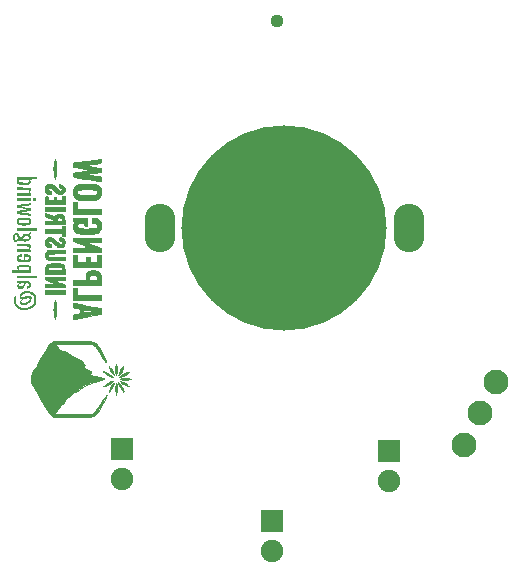
<source format=gbr>
%TF.GenerationSoftware,KiCad,Pcbnew,(6.0.4)*%
%TF.CreationDate,2024-01-19T14:59:17-08:00*%
%TF.ProjectId,StormCloud,53746f72-6d43-46c6-9f75-642e6b696361,rev?*%
%TF.SameCoordinates,Original*%
%TF.FileFunction,Soldermask,Bot*%
%TF.FilePolarity,Negative*%
%FSLAX46Y46*%
G04 Gerber Fmt 4.6, Leading zero omitted, Abs format (unit mm)*
G04 Created by KiCad (PCBNEW (6.0.4)) date 2024-01-19 14:59:17*
%MOMM*%
%LPD*%
G01*
G04 APERTURE LIST*
G04 Aperture macros list*
%AMRoundRect*
0 Rectangle with rounded corners*
0 $1 Rounding radius*
0 $2 $3 $4 $5 $6 $7 $8 $9 X,Y pos of 4 corners*
0 Add a 4 corners polygon primitive as box body*
4,1,4,$2,$3,$4,$5,$6,$7,$8,$9,$2,$3,0*
0 Add four circle primitives for the rounded corners*
1,1,$1+$1,$2,$3*
1,1,$1+$1,$4,$5*
1,1,$1+$1,$6,$7*
1,1,$1+$1,$8,$9*
0 Add four rect primitives between the rounded corners*
20,1,$1+$1,$2,$3,$4,$5,0*
20,1,$1+$1,$4,$5,$6,$7,0*
20,1,$1+$1,$6,$7,$8,$9,0*
20,1,$1+$1,$8,$9,$2,$3,0*%
G04 Aperture macros list end*
%ADD10C,0.010000*%
%ADD11RoundRect,0.050000X-0.900000X0.900000X-0.900000X-0.900000X0.900000X-0.900000X0.900000X0.900000X0*%
%ADD12C,1.900000*%
%ADD13C,1.117600*%
%ADD14O,2.600000X4.100000*%
%ADD15C,17.372000*%
%ADD16C,2.100000*%
G04 APERTURE END LIST*
%TO.C,*%
G36*
X93504009Y-91040006D02*
G01*
X92919009Y-91045006D01*
X92334009Y-91051006D01*
X92334009Y-90830006D01*
X93516009Y-90830006D01*
X93504009Y-91040006D01*
G37*
G36*
X93984009Y-93340006D02*
G01*
X93996009Y-93550006D01*
X92334009Y-93550006D01*
X92334009Y-93330006D01*
X93984009Y-93340006D01*
G37*
G36*
X93021009Y-94672006D02*
G01*
X93246009Y-94679006D01*
X93364009Y-94689006D01*
X93367009Y-94690006D01*
X93491009Y-94762006D01*
X93515009Y-94794006D01*
X93525009Y-94898006D01*
X93522009Y-94912006D01*
X93463009Y-95055006D01*
X93462009Y-95057006D01*
X93418009Y-95137006D01*
X93465009Y-95150006D01*
X93507009Y-95163006D01*
X93510009Y-95255006D01*
X93504009Y-95360006D01*
X92919009Y-95365006D01*
X92334009Y-95371006D01*
X92334009Y-95150006D01*
X93271009Y-95150006D01*
X93313009Y-95097006D01*
X93334009Y-95064006D01*
X93334009Y-94930006D01*
X93323009Y-94920006D01*
X93256009Y-94907006D01*
X93103009Y-94899006D01*
X92825009Y-94894006D01*
X92334009Y-94888006D01*
X92334009Y-94670006D01*
X92809009Y-94670006D01*
X93021009Y-94672006D01*
G37*
G36*
X93914009Y-91050006D02*
G01*
X93807009Y-91050006D01*
X93766009Y-91049006D01*
X93687009Y-91037006D01*
X93683009Y-91027006D01*
X93674009Y-90927006D01*
X93674009Y-90830006D01*
X93914009Y-90830006D01*
X93914009Y-91050006D01*
G37*
G36*
X92847009Y-89707006D02*
G01*
X92806009Y-89706006D01*
X92561009Y-89687006D01*
X92424009Y-89640006D01*
X92349009Y-89549006D01*
X92323009Y-89482006D01*
X92344228Y-89354006D01*
X92495009Y-89354006D01*
X92527009Y-89453006D01*
X92559009Y-89464006D01*
X92710009Y-89480006D01*
X92922009Y-89488006D01*
X93127009Y-89486006D01*
X93259009Y-89471006D01*
X93329009Y-89430006D01*
X93339009Y-89296006D01*
X93321009Y-89240006D01*
X92924009Y-89235006D01*
X92712009Y-89233006D01*
X92562009Y-89239006D01*
X92511009Y-89255006D01*
X92495009Y-89354006D01*
X92344228Y-89354006D01*
X92354009Y-89295006D01*
X92374009Y-89260006D01*
X92364009Y-89230006D01*
X92346009Y-89221006D01*
X92334009Y-89120006D01*
X92334009Y-89010006D01*
X93996009Y-89010006D01*
X93984009Y-89220006D01*
X93719009Y-89226006D01*
X93696009Y-89226006D01*
X93524009Y-89232006D01*
X93454009Y-89239006D01*
X93455009Y-89243006D01*
X93496009Y-89319006D01*
X93529009Y-89444006D01*
X93455009Y-89597006D01*
X93264009Y-89690006D01*
X93107009Y-89705006D01*
X92922009Y-89706006D01*
X92847009Y-89707006D01*
G37*
G36*
X92984009Y-93127006D02*
G01*
X92876009Y-93128006D01*
X92597009Y-93111006D01*
X92431009Y-93052006D01*
X92342009Y-92942006D01*
X92317009Y-92818006D01*
X92319665Y-92791006D01*
X92474009Y-92791006D01*
X92479009Y-92834006D01*
X92523009Y-92878006D01*
X92647009Y-92898006D01*
X92892009Y-92905006D01*
X93092009Y-92906006D01*
X93256009Y-92895006D01*
X93329009Y-92858006D01*
X93350009Y-92786006D01*
X93348009Y-92728006D01*
X93300009Y-92683006D01*
X93167009Y-92664006D01*
X92911009Y-92660006D01*
X92843009Y-92660006D01*
X92652009Y-92663006D01*
X92559009Y-92674006D01*
X92516009Y-92698006D01*
X92474009Y-92791006D01*
X92319665Y-92791006D01*
X92335009Y-92635006D01*
X92344009Y-92616006D01*
X92439009Y-92517006D01*
X92481009Y-92489006D01*
X92545009Y-92468006D01*
X92665009Y-92459006D01*
X92892009Y-92454006D01*
X93033009Y-92452006D01*
X93199009Y-92454006D01*
X93287009Y-92466006D01*
X93353009Y-92494006D01*
X93481009Y-92596006D01*
X93522009Y-92774006D01*
X93497009Y-92940006D01*
X93364009Y-93078006D01*
X93306009Y-93102006D01*
X93194009Y-93119006D01*
X93092009Y-93123006D01*
X92984009Y-93127006D01*
G37*
G36*
X92785009Y-99852006D02*
G01*
X92586009Y-99729006D01*
X92553009Y-99675006D01*
X92547247Y-99540006D01*
X92697009Y-99540006D01*
X92743009Y-99609006D01*
X92753009Y-99618006D01*
X92816009Y-99647006D01*
X92948009Y-99646006D01*
X93129009Y-99614006D01*
X93321009Y-99507006D01*
X93394009Y-99352006D01*
X93394009Y-99325006D01*
X93376009Y-99297006D01*
X93294009Y-99299006D01*
X93101009Y-99329006D01*
X92931009Y-99359006D01*
X92783009Y-99409006D01*
X92718009Y-99479006D01*
X92697009Y-99540006D01*
X92547247Y-99540006D01*
X92546009Y-99511006D01*
X92647009Y-99392006D01*
X92704009Y-99366006D01*
X92643009Y-99341006D01*
X92597009Y-99312006D01*
X92536009Y-99171006D01*
X92572009Y-98989006D01*
X92699009Y-98826006D01*
X92961009Y-98703006D01*
X93291009Y-98677006D01*
X93609009Y-98762006D01*
X93772009Y-98873006D01*
X93934009Y-99105006D01*
X93968009Y-99270006D01*
X93968009Y-99537006D01*
X93917009Y-99760006D01*
X93737009Y-100026006D01*
X93434009Y-100219006D01*
X93018009Y-100302006D01*
X92737009Y-100296006D01*
X92460009Y-100209006D01*
X92220009Y-100009006D01*
X92080009Y-99690006D01*
X92066009Y-99560006D01*
X92069009Y-99353006D01*
X92088009Y-99162006D01*
X92120009Y-99057006D01*
X92123009Y-99056006D01*
X92204009Y-99061006D01*
X92260009Y-99077006D01*
X92261009Y-99148006D01*
X92250009Y-99258006D01*
X92245009Y-99450006D01*
X92246009Y-99567006D01*
X92260009Y-99688006D01*
X92298009Y-99780006D01*
X92341009Y-99852006D01*
X92547009Y-100034006D01*
X92853009Y-100105006D01*
X93195009Y-100081006D01*
X93518009Y-99947006D01*
X93734009Y-99708006D01*
X93759009Y-99661006D01*
X93797009Y-99554006D01*
X93803009Y-99400006D01*
X93803009Y-99366006D01*
X93767009Y-99154006D01*
X93651009Y-98996006D01*
X93634009Y-98981006D01*
X93388009Y-98859006D01*
X93088009Y-98836006D01*
X92808009Y-98917006D01*
X92716009Y-98994006D01*
X92656009Y-99109006D01*
X92686009Y-99183006D01*
X92725009Y-99184006D01*
X92886009Y-99166006D01*
X93121009Y-99133006D01*
X93270009Y-99110006D01*
X93458009Y-99081006D01*
X93537009Y-99070006D01*
X93545009Y-99122006D01*
X93550009Y-99275006D01*
X93543009Y-99448006D01*
X93513009Y-99552006D01*
X93358009Y-99720006D01*
X93060009Y-99842006D01*
X92816009Y-99851006D01*
X92785009Y-99852006D01*
G37*
G36*
X92924009Y-96240006D02*
G01*
X92849009Y-96240006D01*
X92613009Y-96230006D01*
X92478009Y-96201006D01*
X92396009Y-96142006D01*
X92335009Y-96038006D01*
X92334574Y-96035006D01*
X93034009Y-96035006D01*
X93164009Y-96025006D01*
X93183009Y-96023006D01*
X93320009Y-95989006D01*
X93354009Y-95900006D01*
X93354009Y-95889006D01*
X93313009Y-95807006D01*
X93164009Y-95775006D01*
X93034009Y-95765006D01*
X93034009Y-96035006D01*
X92334574Y-96035006D01*
X92317009Y-95914006D01*
X92349009Y-95730006D01*
X92459009Y-95623006D01*
X92648009Y-95570006D01*
X92734009Y-95570006D01*
X92734009Y-95764006D01*
X92629009Y-95777006D01*
X92529009Y-95803006D01*
X92474009Y-95901006D01*
X92475009Y-95921006D01*
X92543009Y-95998006D01*
X92736009Y-96027006D01*
X92914009Y-96034006D01*
X92914009Y-95565006D01*
X93119009Y-95573006D01*
X93148009Y-95574006D01*
X93306009Y-95589006D01*
X93397009Y-95626006D01*
X93479009Y-95706006D01*
X93522009Y-95912006D01*
X93494009Y-96062006D01*
X93354009Y-96195006D01*
X93339009Y-96203006D01*
X93263009Y-96228006D01*
X93145009Y-96238006D01*
X93034009Y-96239006D01*
X92924009Y-96240006D01*
G37*
G36*
X93984009Y-97580006D02*
G01*
X92334009Y-97590006D01*
X92334009Y-97370006D01*
X93996009Y-97370006D01*
X93984009Y-97580006D01*
G37*
G36*
X92538009Y-98484006D02*
G01*
X92493009Y-98477006D01*
X92380009Y-98402006D01*
X92368009Y-98389006D01*
X92315009Y-98227006D01*
X92353195Y-98169006D01*
X92497009Y-98169006D01*
X92525009Y-98226006D01*
X92541009Y-98244006D01*
X92644009Y-98270006D01*
X92745009Y-98247006D01*
X92900009Y-98092006D01*
X92936009Y-98030006D01*
X92777009Y-98030006D01*
X92681009Y-98031006D01*
X92574009Y-98051006D01*
X92523009Y-98111006D01*
X92497009Y-98169006D01*
X92353195Y-98169006D01*
X92421009Y-98066006D01*
X92464009Y-98025006D01*
X92441009Y-98011006D01*
X92362009Y-97995006D01*
X92334009Y-97893006D01*
X92334009Y-97800006D01*
X92759009Y-97805006D01*
X92976009Y-97809006D01*
X93215009Y-97824006D01*
X93357009Y-97852006D01*
X93439009Y-97901006D01*
X93510009Y-98018006D01*
X93522009Y-98223006D01*
X93435009Y-98394006D01*
X93370009Y-98438006D01*
X93179009Y-98490006D01*
X93143009Y-98476006D01*
X93134009Y-98380006D01*
X93134009Y-98270006D01*
X93213009Y-98270006D01*
X93297009Y-98254006D01*
X93354009Y-98142006D01*
X93320009Y-98064006D01*
X93165009Y-98030006D01*
X93077009Y-98030006D01*
X93001009Y-98182006D01*
X92924009Y-98314006D01*
X92758009Y-98460006D01*
X92644009Y-98473006D01*
X92538009Y-98484006D01*
G37*
G36*
X92038009Y-94456006D02*
G01*
X91974009Y-94260006D01*
X91967009Y-94174006D01*
X91973284Y-94129006D01*
X92140009Y-94129006D01*
X92158009Y-94290006D01*
X92220009Y-94342006D01*
X92341009Y-94306006D01*
X92360009Y-94289006D01*
X92385009Y-94235006D01*
X92374009Y-94110006D01*
X92361009Y-94036006D01*
X92298009Y-93916006D01*
X92194009Y-93946006D01*
X92164009Y-93984006D01*
X92141009Y-94111006D01*
X92140009Y-94129006D01*
X91973284Y-94129006D01*
X92002009Y-93923006D01*
X92119009Y-93784006D01*
X92164009Y-93766006D01*
X92358009Y-93764006D01*
X92498009Y-93865006D01*
X92521009Y-93933006D01*
X92552009Y-94099006D01*
X92569009Y-94212006D01*
X92592009Y-94296006D01*
X92652009Y-94291006D01*
X92678009Y-94270006D01*
X92694009Y-94169006D01*
X92696347Y-94150006D01*
X92855009Y-94150006D01*
X92887009Y-94252006D01*
X92973009Y-94276006D01*
X93132009Y-94290006D01*
X93263009Y-94282006D01*
X93291009Y-94272006D01*
X93372009Y-94175006D01*
X93335009Y-94061006D01*
X93330009Y-94057006D01*
X93193009Y-94016006D01*
X93011009Y-94018006D01*
X92885009Y-94062006D01*
X92855009Y-94150006D01*
X92696347Y-94150006D01*
X92710009Y-94039006D01*
X92827009Y-93888006D01*
X92863009Y-93867006D01*
X92951009Y-93845006D01*
X93119009Y-93840006D01*
X93334009Y-93841006D01*
X93367009Y-93755006D01*
X93377009Y-93729006D01*
X93404009Y-93670006D01*
X93471009Y-93692006D01*
X93533009Y-93714006D01*
X93501009Y-93777006D01*
X93500009Y-93779006D01*
X93440009Y-93873006D01*
X93425009Y-93896006D01*
X93461009Y-93959006D01*
X93499009Y-94015006D01*
X93523009Y-94205006D01*
X93437009Y-94377006D01*
X93266009Y-94467006D01*
X93132009Y-94475006D01*
X93020009Y-94482006D01*
X92802009Y-94399006D01*
X92739009Y-94352006D01*
X92683009Y-94411006D01*
X92582009Y-94468006D01*
X92442009Y-94428006D01*
X92397009Y-94386006D01*
X92375009Y-94428006D01*
X92370009Y-94436006D01*
X92245009Y-94519006D01*
X92220009Y-94517006D01*
X92096009Y-94511006D01*
X92038009Y-94456006D01*
G37*
G36*
X91934009Y-96910006D02*
G01*
X92418009Y-96910006D01*
X92366009Y-96848006D01*
X92329415Y-96771006D01*
X92495009Y-96771006D01*
X92502009Y-96852006D01*
X92549009Y-96893006D01*
X92675009Y-96908006D01*
X92922009Y-96910006D01*
X93308009Y-96910006D01*
X93331009Y-96859006D01*
X93352009Y-96790006D01*
X93300009Y-96675006D01*
X93246009Y-96653006D01*
X93134009Y-96643006D01*
X92915009Y-96641006D01*
X92662009Y-96648006D01*
X92539009Y-96667006D01*
X92527009Y-96674006D01*
X92495009Y-96766006D01*
X92495009Y-96771006D01*
X92329415Y-96771006D01*
X92318009Y-96747006D01*
X92359009Y-96568006D01*
X92373009Y-96549006D01*
X92469009Y-96477006D01*
X92638009Y-96441006D01*
X92924009Y-96431006D01*
X92978009Y-96431006D01*
X93221009Y-96439006D01*
X93364009Y-96469006D01*
X93459009Y-96528006D01*
X93499009Y-96572006D01*
X93522009Y-96682006D01*
X93522009Y-96700006D01*
X93478009Y-96845006D01*
X93444009Y-96897006D01*
X93473009Y-96910006D01*
X93505009Y-96924006D01*
X93514009Y-97020006D01*
X93514009Y-97130006D01*
X91934009Y-97130006D01*
X91934009Y-96910006D01*
G37*
G36*
X93438009Y-89920006D02*
G01*
X93488009Y-89979006D01*
X93530009Y-90093006D01*
X93456009Y-90283006D01*
X93395009Y-90370006D01*
X93455009Y-90370006D01*
X93506009Y-90384006D01*
X93514009Y-90480006D01*
X93514009Y-90590006D01*
X92334009Y-90590006D01*
X92334009Y-90370006D01*
X93285009Y-90370006D01*
X93320009Y-90312006D01*
X93341009Y-90269006D01*
X93330009Y-90154006D01*
X93282009Y-90142006D01*
X93119009Y-90133006D01*
X92820009Y-90130006D01*
X92334009Y-90130006D01*
X92334009Y-89908006D01*
X93438009Y-89920006D01*
G37*
G36*
X93503009Y-91233006D02*
G01*
X93514009Y-91317006D01*
X93514009Y-91404006D01*
X93105009Y-91461006D01*
X92950009Y-91484006D01*
X92771009Y-91513006D01*
X92706009Y-91529006D01*
X92736009Y-91538006D01*
X92883009Y-91568006D01*
X93111009Y-91611006D01*
X93504009Y-91682006D01*
X93516009Y-91846006D01*
X93420009Y-91866006D01*
X93395009Y-91871006D01*
X93229009Y-91902006D01*
X93000009Y-91942006D01*
X92921009Y-91956006D01*
X92749009Y-91989006D01*
X92683009Y-92006006D01*
X92694009Y-92009006D01*
X92810009Y-92028006D01*
X93006009Y-92059006D01*
X93225009Y-92092006D01*
X93408009Y-92118006D01*
X93499009Y-92129006D01*
X93504009Y-92134006D01*
X93514009Y-92222006D01*
X93510009Y-92292006D01*
X93469009Y-92304006D01*
X93468009Y-92304006D01*
X93369009Y-92287006D01*
X93157009Y-92252006D01*
X92878009Y-92208006D01*
X92332009Y-92121006D01*
X92338009Y-92021006D01*
X92344009Y-91922006D01*
X92731009Y-91847006D01*
X92867009Y-91820006D01*
X93051009Y-91783006D01*
X93126009Y-91765006D01*
X93100009Y-91757006D01*
X92958009Y-91726006D01*
X92734009Y-91681006D01*
X92334009Y-91605006D01*
X92334009Y-91419006D01*
X92909009Y-91324006D01*
X92947009Y-91318006D01*
X93222009Y-91273006D01*
X93419009Y-91242006D01*
X93499009Y-91230006D01*
X93503009Y-91233006D01*
G37*
%TO.C,G\u002A\u002A\u002A*%
G36*
X95541740Y-99434826D02*
G01*
X95564004Y-99509075D01*
X95589670Y-99656028D01*
X95620516Y-99878255D01*
X95627339Y-99932492D01*
X95647333Y-100158565D01*
X95646320Y-100355677D01*
X95624524Y-100562101D01*
X95601853Y-100718170D01*
X95574440Y-100890685D01*
X95552505Y-100990389D01*
X95533088Y-101020073D01*
X95513226Y-100982529D01*
X95489957Y-100880552D01*
X95460321Y-100716932D01*
X95433355Y-100551887D01*
X95415409Y-100398745D01*
X95410030Y-100254850D01*
X95417448Y-100098645D01*
X95437895Y-99908573D01*
X95471601Y-99663077D01*
X95477578Y-99622609D01*
X95500305Y-99494163D01*
X95521100Y-99430712D01*
X95541740Y-99434826D01*
G37*
D10*
X95541740Y-99434826D02*
X95564004Y-99509075D01*
X95589670Y-99656028D01*
X95620516Y-99878255D01*
X95627339Y-99932492D01*
X95647333Y-100158565D01*
X95646320Y-100355677D01*
X95624524Y-100562101D01*
X95601853Y-100718170D01*
X95574440Y-100890685D01*
X95552505Y-100990389D01*
X95533088Y-101020073D01*
X95513226Y-100982529D01*
X95489957Y-100880552D01*
X95460321Y-100716932D01*
X95433355Y-100551887D01*
X95415409Y-100398745D01*
X95410030Y-100254850D01*
X95417448Y-100098645D01*
X95437895Y-99908573D01*
X95471601Y-99663077D01*
X95477578Y-99622609D01*
X95500305Y-99494163D01*
X95521100Y-99430712D01*
X95541740Y-99434826D01*
G36*
X100537079Y-106444915D02*
G01*
X100517893Y-106530967D01*
X100467119Y-106653626D01*
X100395119Y-106794804D01*
X100312256Y-106936414D01*
X100228893Y-107060367D01*
X100155393Y-107148576D01*
X100102118Y-107182954D01*
X100087953Y-107171184D01*
X100096346Y-107115778D01*
X100126418Y-107036783D01*
X100164475Y-106930162D01*
X100178741Y-106895345D01*
X100230936Y-106798614D01*
X100301846Y-106687890D01*
X100379577Y-106579310D01*
X100452237Y-106489010D01*
X100507931Y-106433125D01*
X100534765Y-106427792D01*
X100537079Y-106444915D01*
G37*
X100537079Y-106444915D02*
X100517893Y-106530967D01*
X100467119Y-106653626D01*
X100395119Y-106794804D01*
X100312256Y-106936414D01*
X100228893Y-107060367D01*
X100155393Y-107148576D01*
X100102118Y-107182954D01*
X100087953Y-107171184D01*
X100096346Y-107115778D01*
X100126418Y-107036783D01*
X100164475Y-106930162D01*
X100178741Y-106895345D01*
X100230936Y-106798614D01*
X100301846Y-106687890D01*
X100379577Y-106579310D01*
X100452237Y-106489010D01*
X100507931Y-106433125D01*
X100534765Y-106427792D01*
X100537079Y-106444915D01*
G36*
X100137043Y-105084348D02*
G01*
X100220373Y-105171701D01*
X100255368Y-105213793D01*
X100339250Y-105334504D01*
X100419697Y-105472401D01*
X100486297Y-105607224D01*
X100528643Y-105718716D01*
X100536326Y-105786618D01*
X100533744Y-105791262D01*
X100499298Y-105780666D01*
X100438576Y-105720470D01*
X100362853Y-105625679D01*
X100283404Y-105511295D01*
X100211505Y-105392323D01*
X100158431Y-105283765D01*
X100121727Y-105190487D01*
X100089397Y-105090706D01*
X100093944Y-105056338D01*
X100137043Y-105084348D01*
G37*
X100137043Y-105084348D02*
X100220373Y-105171701D01*
X100255368Y-105213793D01*
X100339250Y-105334504D01*
X100419697Y-105472401D01*
X100486297Y-105607224D01*
X100528643Y-105718716D01*
X100536326Y-105786618D01*
X100533744Y-105791262D01*
X100499298Y-105780666D01*
X100438576Y-105720470D01*
X100362853Y-105625679D01*
X100283404Y-105511295D01*
X100211505Y-105392323D01*
X100158431Y-105283765D01*
X100121727Y-105190487D01*
X100089397Y-105090706D01*
X100093944Y-105056338D01*
X100137043Y-105084348D01*
G36*
X101795168Y-105494245D02*
G01*
X101785763Y-105515340D01*
X101722364Y-105576824D01*
X101613610Y-105656229D01*
X101476446Y-105743574D01*
X101327818Y-105828881D01*
X101184672Y-105902171D01*
X101063952Y-105953463D01*
X100982604Y-105972778D01*
X100976750Y-105969033D01*
X100999321Y-105932561D01*
X101062252Y-105869100D01*
X101150159Y-105793326D01*
X101247659Y-105719914D01*
X101327261Y-105670649D01*
X101446518Y-105608582D01*
X101571681Y-105552182D01*
X101684006Y-105509175D01*
X101764750Y-105487288D01*
X101795168Y-105494245D01*
G37*
X101795168Y-105494245D02*
X101785763Y-105515340D01*
X101722364Y-105576824D01*
X101613610Y-105656229D01*
X101476446Y-105743574D01*
X101327818Y-105828881D01*
X101184672Y-105902171D01*
X101063952Y-105953463D01*
X100982604Y-105972778D01*
X100976750Y-105969033D01*
X100999321Y-105932561D01*
X101062252Y-105869100D01*
X101150159Y-105793326D01*
X101247659Y-105719914D01*
X101327261Y-105670649D01*
X101446518Y-105608582D01*
X101571681Y-105552182D01*
X101684006Y-105509175D01*
X101764750Y-105487288D01*
X101795168Y-105494245D01*
G36*
X97717254Y-90952036D02*
G01*
X97532993Y-90930560D01*
X97394611Y-90895943D01*
X97291351Y-90845481D01*
X97212458Y-90776469D01*
X97147175Y-90686204D01*
X97118797Y-90628237D01*
X97076716Y-90458832D01*
X97069877Y-90333088D01*
X97386496Y-90333088D01*
X97439766Y-90434585D01*
X97468724Y-90457515D01*
X97552897Y-90492899D01*
X97681231Y-90517144D01*
X97862127Y-90531084D01*
X98103986Y-90535553D01*
X98415207Y-90531384D01*
X98499930Y-90529344D01*
X98699956Y-90523409D01*
X98839815Y-90515794D01*
X98932897Y-90504295D01*
X98992593Y-90486712D01*
X99032296Y-90460843D01*
X99065394Y-90424485D01*
X99111898Y-90336572D01*
X99107401Y-90219535D01*
X99030038Y-90117316D01*
X98981730Y-90099816D01*
X98863688Y-90082931D01*
X98696201Y-90071369D01*
X98495082Y-90065010D01*
X98276141Y-90063731D01*
X98055192Y-90067411D01*
X97848044Y-90075930D01*
X97670511Y-90089165D01*
X97538403Y-90106996D01*
X97467532Y-90129301D01*
X97466762Y-90129843D01*
X97396443Y-90221088D01*
X97386496Y-90333088D01*
X97069877Y-90333088D01*
X97066037Y-90262495D01*
X97087047Y-90070351D01*
X97140033Y-89913526D01*
X97159609Y-89878628D01*
X97220438Y-89793050D01*
X97295721Y-89728284D01*
X97396058Y-89681541D01*
X97532048Y-89650037D01*
X97714288Y-89630984D01*
X97953377Y-89621596D01*
X98259914Y-89619085D01*
X98457920Y-89619415D01*
X98671648Y-89621494D01*
X98828558Y-89626459D01*
X98941001Y-89635413D01*
X99021331Y-89649459D01*
X99081900Y-89669700D01*
X99135060Y-89697239D01*
X99238397Y-89767121D01*
X99351172Y-89889211D01*
X99415771Y-90045365D01*
X99443096Y-90255335D01*
X99438796Y-90458902D01*
X99391705Y-90637470D01*
X99293516Y-90773189D01*
X99137743Y-90879316D01*
X99087394Y-90903801D01*
X99021509Y-90928799D01*
X98944889Y-90946184D01*
X98844051Y-90957296D01*
X98705513Y-90963473D01*
X98515791Y-90966055D01*
X98261404Y-90966381D01*
X98103986Y-90964665D01*
X97958149Y-90963077D01*
X97717254Y-90952036D01*
G37*
X97717254Y-90952036D02*
X97532993Y-90930560D01*
X97394611Y-90895943D01*
X97291351Y-90845481D01*
X97212458Y-90776469D01*
X97147175Y-90686204D01*
X97118797Y-90628237D01*
X97076716Y-90458832D01*
X97069877Y-90333088D01*
X97386496Y-90333088D01*
X97439766Y-90434585D01*
X97468724Y-90457515D01*
X97552897Y-90492899D01*
X97681231Y-90517144D01*
X97862127Y-90531084D01*
X98103986Y-90535553D01*
X98415207Y-90531384D01*
X98499930Y-90529344D01*
X98699956Y-90523409D01*
X98839815Y-90515794D01*
X98932897Y-90504295D01*
X98992593Y-90486712D01*
X99032296Y-90460843D01*
X99065394Y-90424485D01*
X99111898Y-90336572D01*
X99107401Y-90219535D01*
X99030038Y-90117316D01*
X98981730Y-90099816D01*
X98863688Y-90082931D01*
X98696201Y-90071369D01*
X98495082Y-90065010D01*
X98276141Y-90063731D01*
X98055192Y-90067411D01*
X97848044Y-90075930D01*
X97670511Y-90089165D01*
X97538403Y-90106996D01*
X97467532Y-90129301D01*
X97466762Y-90129843D01*
X97396443Y-90221088D01*
X97386496Y-90333088D01*
X97069877Y-90333088D01*
X97066037Y-90262495D01*
X97087047Y-90070351D01*
X97140033Y-89913526D01*
X97159609Y-89878628D01*
X97220438Y-89793050D01*
X97295721Y-89728284D01*
X97396058Y-89681541D01*
X97532048Y-89650037D01*
X97714288Y-89630984D01*
X97953377Y-89621596D01*
X98259914Y-89619085D01*
X98457920Y-89619415D01*
X98671648Y-89621494D01*
X98828558Y-89626459D01*
X98941001Y-89635413D01*
X99021331Y-89649459D01*
X99081900Y-89669700D01*
X99135060Y-89697239D01*
X99238397Y-89767121D01*
X99351172Y-89889211D01*
X99415771Y-90045365D01*
X99443096Y-90255335D01*
X99438796Y-90458902D01*
X99391705Y-90637470D01*
X99293516Y-90773189D01*
X99137743Y-90879316D01*
X99087394Y-90903801D01*
X99021509Y-90928799D01*
X98944889Y-90946184D01*
X98844051Y-90957296D01*
X98705513Y-90963473D01*
X98515791Y-90966055D01*
X98261404Y-90966381D01*
X98103986Y-90964665D01*
X97958149Y-90963077D01*
X97717254Y-90952036D01*
G36*
X96357273Y-95334085D02*
G01*
X96345145Y-95480624D01*
X95671951Y-95491312D01*
X95558975Y-95493211D01*
X95342162Y-95498123D01*
X95187327Y-95504687D01*
X95083096Y-95514221D01*
X95018098Y-95528046D01*
X94980961Y-95547478D01*
X94960311Y-95573837D01*
X94943062Y-95630580D01*
X94975739Y-95719457D01*
X94984612Y-95730555D01*
X95015421Y-95754951D01*
X95065781Y-95772725D01*
X95147414Y-95785276D01*
X95272040Y-95794003D01*
X95451377Y-95800305D01*
X95697148Y-95805582D01*
X96364683Y-95817924D01*
X96364683Y-96086316D01*
X95682676Y-96086316D01*
X95667016Y-96086313D01*
X95386979Y-96084237D01*
X95173859Y-96076692D01*
X95016995Y-96061260D01*
X94905729Y-96035526D01*
X94829402Y-95997073D01*
X94777354Y-95943483D01*
X94738925Y-95872340D01*
X94721877Y-95829447D01*
X94688161Y-95633405D01*
X94727689Y-95426652D01*
X94732071Y-95414419D01*
X94768255Y-95338622D01*
X94820288Y-95281623D01*
X94898543Y-95240819D01*
X95013395Y-95213611D01*
X95175215Y-95197397D01*
X95394378Y-95189576D01*
X95681256Y-95187547D01*
X96369401Y-95187547D01*
X96357273Y-95334085D01*
G37*
X96357273Y-95334085D02*
X96345145Y-95480624D01*
X95671951Y-95491312D01*
X95558975Y-95493211D01*
X95342162Y-95498123D01*
X95187327Y-95504687D01*
X95083096Y-95514221D01*
X95018098Y-95528046D01*
X94980961Y-95547478D01*
X94960311Y-95573837D01*
X94943062Y-95630580D01*
X94975739Y-95719457D01*
X94984612Y-95730555D01*
X95015421Y-95754951D01*
X95065781Y-95772725D01*
X95147414Y-95785276D01*
X95272040Y-95794003D01*
X95451377Y-95800305D01*
X95697148Y-95805582D01*
X96364683Y-95817924D01*
X96364683Y-96086316D01*
X95682676Y-96086316D01*
X95667016Y-96086313D01*
X95386979Y-96084237D01*
X95173859Y-96076692D01*
X95016995Y-96061260D01*
X94905729Y-96035526D01*
X94829402Y-95997073D01*
X94777354Y-95943483D01*
X94738925Y-95872340D01*
X94721877Y-95829447D01*
X94688161Y-95633405D01*
X94727689Y-95426652D01*
X94732071Y-95414419D01*
X94768255Y-95338622D01*
X94820288Y-95281623D01*
X94898543Y-95240819D01*
X95013395Y-95213611D01*
X95175215Y-95197397D01*
X95394378Y-95189576D01*
X95681256Y-95187547D01*
X96369401Y-95187547D01*
X96357273Y-95334085D01*
G36*
X101336784Y-105055170D02*
G01*
X101319211Y-105129648D01*
X101279505Y-105240085D01*
X101244273Y-105317950D01*
X101172461Y-105450415D01*
X101089236Y-105584126D01*
X101006504Y-105701455D01*
X100936172Y-105784779D01*
X100890147Y-105816470D01*
X100886835Y-105813007D01*
X100893588Y-105762828D01*
X100920524Y-105670604D01*
X100959814Y-105559080D01*
X101003629Y-105450997D01*
X101044140Y-105369100D01*
X101080030Y-105315155D01*
X101150276Y-105223728D01*
X101227584Y-105132695D01*
X101294065Y-105062836D01*
X101331827Y-105034932D01*
X101336784Y-105055170D01*
G37*
X101336784Y-105055170D02*
X101319211Y-105129648D01*
X101279505Y-105240085D01*
X101244273Y-105317950D01*
X101172461Y-105450415D01*
X101089236Y-105584126D01*
X101006504Y-105701455D01*
X100936172Y-105784779D01*
X100890147Y-105816470D01*
X100886835Y-105813007D01*
X100893588Y-105762828D01*
X100920524Y-105670604D01*
X100959814Y-105559080D01*
X101003629Y-105450997D01*
X101044140Y-105369100D01*
X101080030Y-105315155D01*
X101150276Y-105223728D01*
X101227584Y-105132695D01*
X101294065Y-105062836D01*
X101331827Y-105034932D01*
X101336784Y-105055170D01*
G36*
X99412683Y-87647522D02*
G01*
X99414450Y-87705554D01*
X99414632Y-87754247D01*
X99403787Y-87790830D01*
X99372446Y-87818669D01*
X99311138Y-87841126D01*
X99210396Y-87861565D01*
X99060748Y-87883350D01*
X98852727Y-87909845D01*
X98576863Y-87944412D01*
X98500335Y-87954326D01*
X98321721Y-87979240D01*
X98183329Y-88001143D01*
X98097619Y-88017961D01*
X98077054Y-88027619D01*
X98104777Y-88033908D01*
X98200984Y-88052099D01*
X98350935Y-88078791D01*
X98540754Y-88111527D01*
X98756567Y-88147854D01*
X99393145Y-88253777D01*
X99404887Y-88413043D01*
X99416628Y-88572308D01*
X98732148Y-88683471D01*
X98533406Y-88716229D01*
X98340722Y-88749064D01*
X98189098Y-88776101D01*
X98090576Y-88795185D01*
X98057198Y-88804164D01*
X98076473Y-88808531D01*
X98159713Y-88821597D01*
X98294340Y-88840743D01*
X98464737Y-88863935D01*
X98655289Y-88889142D01*
X98850381Y-88914329D01*
X99034397Y-88937465D01*
X99191723Y-88956518D01*
X99306741Y-88969454D01*
X99363837Y-88974241D01*
X99375729Y-88977591D01*
X99403468Y-89037496D01*
X99412683Y-89172806D01*
X99411350Y-89276114D01*
X99400202Y-89339919D01*
X99368429Y-89358529D01*
X99305222Y-89349743D01*
X99249864Y-89340480D01*
X99124279Y-89321446D01*
X98943082Y-89294956D01*
X98717866Y-89262686D01*
X98460228Y-89226308D01*
X98181760Y-89187497D01*
X97928390Y-89152139D01*
X97675891Y-89116312D01*
X97457715Y-89084737D01*
X97284643Y-89058994D01*
X97167450Y-89040663D01*
X97116914Y-89031325D01*
X97107211Y-89025584D01*
X97078682Y-88960876D01*
X97068068Y-88843010D01*
X97066778Y-88790863D01*
X97067244Y-88742719D01*
X97078787Y-88705905D01*
X97110812Y-88676809D01*
X97172720Y-88651819D01*
X97273914Y-88627323D01*
X97423798Y-88599711D01*
X97631775Y-88565369D01*
X97907247Y-88520688D01*
X98570580Y-88412263D01*
X97946324Y-88304419D01*
X97818402Y-88282294D01*
X97604852Y-88245243D01*
X97418768Y-88212818D01*
X97276667Y-88187899D01*
X97195068Y-88173367D01*
X97152602Y-88164802D01*
X97095184Y-88139387D01*
X97072233Y-88084601D01*
X97068068Y-87976084D01*
X97068493Y-87925373D01*
X97071980Y-87836508D01*
X97077837Y-87800770D01*
X97083813Y-87799924D01*
X97149229Y-87790523D01*
X97278969Y-87771835D01*
X97463480Y-87745235D01*
X97693214Y-87712102D01*
X97958619Y-87673811D01*
X98250145Y-87631739D01*
X99412683Y-87463947D01*
X99412683Y-87647522D01*
G37*
X99412683Y-87647522D02*
X99414450Y-87705554D01*
X99414632Y-87754247D01*
X99403787Y-87790830D01*
X99372446Y-87818669D01*
X99311138Y-87841126D01*
X99210396Y-87861565D01*
X99060748Y-87883350D01*
X98852727Y-87909845D01*
X98576863Y-87944412D01*
X98500335Y-87954326D01*
X98321721Y-87979240D01*
X98183329Y-88001143D01*
X98097619Y-88017961D01*
X98077054Y-88027619D01*
X98104777Y-88033908D01*
X98200984Y-88052099D01*
X98350935Y-88078791D01*
X98540754Y-88111527D01*
X98756567Y-88147854D01*
X99393145Y-88253777D01*
X99404887Y-88413043D01*
X99416628Y-88572308D01*
X98732148Y-88683471D01*
X98533406Y-88716229D01*
X98340722Y-88749064D01*
X98189098Y-88776101D01*
X98090576Y-88795185D01*
X98057198Y-88804164D01*
X98076473Y-88808531D01*
X98159713Y-88821597D01*
X98294340Y-88840743D01*
X98464737Y-88863935D01*
X98655289Y-88889142D01*
X98850381Y-88914329D01*
X99034397Y-88937465D01*
X99191723Y-88956518D01*
X99306741Y-88969454D01*
X99363837Y-88974241D01*
X99375729Y-88977591D01*
X99403468Y-89037496D01*
X99412683Y-89172806D01*
X99411350Y-89276114D01*
X99400202Y-89339919D01*
X99368429Y-89358529D01*
X99305222Y-89349743D01*
X99249864Y-89340480D01*
X99124279Y-89321446D01*
X98943082Y-89294956D01*
X98717866Y-89262686D01*
X98460228Y-89226308D01*
X98181760Y-89187497D01*
X97928390Y-89152139D01*
X97675891Y-89116312D01*
X97457715Y-89084737D01*
X97284643Y-89058994D01*
X97167450Y-89040663D01*
X97116914Y-89031325D01*
X97107211Y-89025584D01*
X97078682Y-88960876D01*
X97068068Y-88843010D01*
X97066778Y-88790863D01*
X97067244Y-88742719D01*
X97078787Y-88705905D01*
X97110812Y-88676809D01*
X97172720Y-88651819D01*
X97273914Y-88627323D01*
X97423798Y-88599711D01*
X97631775Y-88565369D01*
X97907247Y-88520688D01*
X98570580Y-88412263D01*
X97946324Y-88304419D01*
X97818402Y-88282294D01*
X97604852Y-88245243D01*
X97418768Y-88212818D01*
X97276667Y-88187899D01*
X97195068Y-88173367D01*
X97152602Y-88164802D01*
X97095184Y-88139387D01*
X97072233Y-88084601D01*
X97068068Y-87976084D01*
X97068493Y-87925373D01*
X97071980Y-87836508D01*
X97077837Y-87800770D01*
X97083813Y-87799924D01*
X97149229Y-87790523D01*
X97278969Y-87771835D01*
X97463480Y-87745235D01*
X97693214Y-87712102D01*
X97958619Y-87673811D01*
X98250145Y-87631739D01*
X99412683Y-87463947D01*
X99412683Y-87647522D01*
G36*
X99412683Y-94521255D02*
G01*
X98798387Y-94532016D01*
X98184090Y-94542778D01*
X98788618Y-94800217D01*
X99393145Y-95057657D01*
X99405161Y-95220294D01*
X99417177Y-95382932D01*
X97063786Y-95382932D01*
X97075696Y-95197316D01*
X97087607Y-95011701D01*
X97712837Y-94992162D01*
X98338068Y-94972624D01*
X97712837Y-94716166D01*
X97087607Y-94459707D01*
X97075478Y-94315627D01*
X97063350Y-94171547D01*
X99412683Y-94171547D01*
X99412683Y-94521255D01*
G37*
X99412683Y-94521255D02*
X98798387Y-94532016D01*
X98184090Y-94542778D01*
X98788618Y-94800217D01*
X99393145Y-95057657D01*
X99405161Y-95220294D01*
X99417177Y-95382932D01*
X97063786Y-95382932D01*
X97075696Y-95197316D01*
X97087607Y-95011701D01*
X97712837Y-94992162D01*
X98338068Y-94972624D01*
X97712837Y-94716166D01*
X97087607Y-94459707D01*
X97075478Y-94315627D01*
X97063350Y-94171547D01*
X99412683Y-94171547D01*
X99412683Y-94521255D01*
G36*
X96364683Y-94015239D02*
G01*
X96249929Y-94015239D01*
X96186228Y-94010502D01*
X96140668Y-93976342D01*
X96122929Y-93888239D01*
X96110683Y-93761239D01*
X95417068Y-93750568D01*
X94723453Y-93739898D01*
X94723453Y-93429085D01*
X96130222Y-93429085D01*
X96130222Y-93311855D01*
X96133813Y-93249981D01*
X96164418Y-93204307D01*
X96247453Y-93194624D01*
X96364683Y-93194624D01*
X96364683Y-94015239D01*
G37*
X96364683Y-94015239D02*
X96249929Y-94015239D01*
X96186228Y-94010502D01*
X96140668Y-93976342D01*
X96122929Y-93888239D01*
X96110683Y-93761239D01*
X95417068Y-93750568D01*
X94723453Y-93739898D01*
X94723453Y-93429085D01*
X96130222Y-93429085D01*
X96130222Y-93311855D01*
X96133813Y-93249981D01*
X96164418Y-93204307D01*
X96247453Y-93194624D01*
X96364683Y-93194624D01*
X96364683Y-94015239D01*
G36*
X100740453Y-104915538D02*
G01*
X100755451Y-105013787D01*
X100765772Y-105143221D01*
X100770543Y-105289184D01*
X100768890Y-105437021D01*
X100759938Y-105572078D01*
X100742814Y-105679701D01*
X100727105Y-105730025D01*
X100700866Y-105750986D01*
X100674789Y-105694905D01*
X100649424Y-105562470D01*
X100646526Y-105536503D01*
X100643136Y-105414530D01*
X100648164Y-105260501D01*
X100659756Y-105101966D01*
X100676059Y-104966476D01*
X100695220Y-104881584D01*
X100699923Y-104871209D01*
X100721652Y-104863127D01*
X100740453Y-104915538D01*
G37*
X100740453Y-104915538D02*
X100755451Y-105013787D01*
X100765772Y-105143221D01*
X100770543Y-105289184D01*
X100768890Y-105437021D01*
X100759938Y-105572078D01*
X100742814Y-105679701D01*
X100727105Y-105730025D01*
X100700866Y-105750986D01*
X100674789Y-105694905D01*
X100649424Y-105562470D01*
X100646526Y-105536503D01*
X100643136Y-105414530D01*
X100648164Y-105260501D01*
X100659756Y-105101966D01*
X100676059Y-104966476D01*
X100695220Y-104881584D01*
X100699923Y-104871209D01*
X100721652Y-104863127D01*
X100740453Y-104915538D01*
G36*
X99674933Y-105479810D02*
G01*
X99775700Y-105516128D01*
X99906329Y-105578042D01*
X100050285Y-105656123D01*
X100191033Y-105740937D01*
X100312038Y-105823054D01*
X100396766Y-105893043D01*
X100428683Y-105941472D01*
X100409286Y-105946653D01*
X100335519Y-105930080D01*
X100225544Y-105891567D01*
X100145536Y-105859896D01*
X100040590Y-105815389D01*
X99963022Y-105773264D01*
X99883615Y-105716506D01*
X99773153Y-105628097D01*
X99705430Y-105571138D01*
X99639433Y-105509093D01*
X99619174Y-105479723D01*
X99620561Y-105478520D01*
X99674933Y-105479810D01*
G37*
X99674933Y-105479810D02*
X99775700Y-105516128D01*
X99906329Y-105578042D01*
X100050285Y-105656123D01*
X100191033Y-105740937D01*
X100312038Y-105823054D01*
X100396766Y-105893043D01*
X100428683Y-105941472D01*
X100409286Y-105946653D01*
X100335519Y-105930080D01*
X100225544Y-105891567D01*
X100145536Y-105859896D01*
X100040590Y-105815389D01*
X99963022Y-105773264D01*
X99883615Y-105716506D01*
X99773153Y-105628097D01*
X99705430Y-105571138D01*
X99639433Y-105509093D01*
X99619174Y-105479723D01*
X99620561Y-105478520D01*
X99674933Y-105479810D01*
G36*
X94723453Y-92725701D02*
G01*
X95094683Y-92725701D01*
X95143017Y-92725465D01*
X95330086Y-92717722D01*
X95439773Y-92699227D01*
X95472065Y-92670235D01*
X95434035Y-92637161D01*
X95666395Y-92637161D01*
X95666956Y-92688113D01*
X95693856Y-92714425D01*
X95764367Y-92724239D01*
X95895760Y-92725701D01*
X95937423Y-92725668D01*
X96051026Y-92722789D01*
X96108317Y-92709402D01*
X96126568Y-92677363D01*
X96123048Y-92618528D01*
X96103746Y-92551921D01*
X96026975Y-92467984D01*
X95914427Y-92433872D01*
X95788299Y-92460088D01*
X95716797Y-92510814D01*
X95668473Y-92618528D01*
X95666395Y-92637161D01*
X95434035Y-92637161D01*
X95426951Y-92631000D01*
X95304417Y-92581778D01*
X95104453Y-92522823D01*
X94742991Y-92426301D01*
X94730975Y-92263386D01*
X94728323Y-92222116D01*
X94726144Y-92135377D01*
X94730975Y-92101152D01*
X94750092Y-92105969D01*
X94830621Y-92128648D01*
X94958601Y-92165641D01*
X95117482Y-92212195D01*
X95491973Y-92322556D01*
X95598353Y-92231052D01*
X95709689Y-92167205D01*
X95868726Y-92136323D01*
X96034053Y-92150933D01*
X96180684Y-92208313D01*
X96283634Y-92305739D01*
X96290375Y-92318923D01*
X96316748Y-92411654D01*
X96339886Y-92551367D01*
X96355421Y-92713266D01*
X96375700Y-93038316D01*
X94723453Y-93038316D01*
X94723453Y-92725701D01*
G37*
X94723453Y-92725701D02*
X95094683Y-92725701D01*
X95143017Y-92725465D01*
X95330086Y-92717722D01*
X95439773Y-92699227D01*
X95472065Y-92670235D01*
X95434035Y-92637161D01*
X95666395Y-92637161D01*
X95666956Y-92688113D01*
X95693856Y-92714425D01*
X95764367Y-92724239D01*
X95895760Y-92725701D01*
X95937423Y-92725668D01*
X96051026Y-92722789D01*
X96108317Y-92709402D01*
X96126568Y-92677363D01*
X96123048Y-92618528D01*
X96103746Y-92551921D01*
X96026975Y-92467984D01*
X95914427Y-92433872D01*
X95788299Y-92460088D01*
X95716797Y-92510814D01*
X95668473Y-92618528D01*
X95666395Y-92637161D01*
X95434035Y-92637161D01*
X95426951Y-92631000D01*
X95304417Y-92581778D01*
X95104453Y-92522823D01*
X94742991Y-92426301D01*
X94730975Y-92263386D01*
X94728323Y-92222116D01*
X94726144Y-92135377D01*
X94730975Y-92101152D01*
X94750092Y-92105969D01*
X94830621Y-92128648D01*
X94958601Y-92165641D01*
X95117482Y-92212195D01*
X95491973Y-92322556D01*
X95598353Y-92231052D01*
X95709689Y-92167205D01*
X95868726Y-92136323D01*
X96034053Y-92150933D01*
X96180684Y-92208313D01*
X96283634Y-92305739D01*
X96290375Y-92318923D01*
X96316748Y-92411654D01*
X96339886Y-92551367D01*
X96355421Y-92713266D01*
X96375700Y-93038316D01*
X94723453Y-93038316D01*
X94723453Y-92725701D01*
G36*
X100428683Y-106281118D02*
G01*
X100421202Y-106300388D01*
X100361160Y-106360880D01*
X100255037Y-106439473D01*
X100119773Y-106526178D01*
X99972312Y-106611004D01*
X99829594Y-106683962D01*
X99708563Y-106735063D01*
X99626160Y-106754316D01*
X99619223Y-106753754D01*
X99614968Y-106730163D01*
X99662992Y-106678690D01*
X99750046Y-106608714D01*
X99862877Y-106529617D01*
X99988236Y-106450780D01*
X100112870Y-106381584D01*
X100223530Y-106331410D01*
X100311072Y-106300929D01*
X100395890Y-106278763D01*
X100428683Y-106281118D01*
G37*
X100428683Y-106281118D02*
X100421202Y-106300388D01*
X100361160Y-106360880D01*
X100255037Y-106439473D01*
X100119773Y-106526178D01*
X99972312Y-106611004D01*
X99829594Y-106683962D01*
X99708563Y-106735063D01*
X99626160Y-106754316D01*
X99619223Y-106753754D01*
X99614968Y-106730163D01*
X99662992Y-106678690D01*
X99750046Y-106608714D01*
X99862877Y-106529617D01*
X99988236Y-106450780D01*
X100112870Y-106381584D01*
X100223530Y-106331410D01*
X100311072Y-106300929D01*
X100395890Y-106278763D01*
X100428683Y-106281118D01*
G36*
X96693176Y-102890903D02*
G01*
X97107552Y-102893737D01*
X97322611Y-102895345D01*
X97692023Y-102898535D01*
X97995235Y-102902667D01*
X98240176Y-102908842D01*
X98434777Y-102918161D01*
X98586969Y-102931725D01*
X98704681Y-102950635D01*
X98795843Y-102975992D01*
X98868387Y-103008897D01*
X98930241Y-103050451D01*
X98989338Y-103101754D01*
X99053606Y-103163908D01*
X99055649Y-103165929D01*
X99130842Y-103259020D01*
X99232776Y-103411724D01*
X99355145Y-103613305D01*
X99491645Y-103853026D01*
X99635969Y-104120148D01*
X99781813Y-104403936D01*
X99784376Y-104409065D01*
X99854613Y-104561358D01*
X99891632Y-104666702D01*
X99895016Y-104719352D01*
X99864348Y-104713560D01*
X99799212Y-104643579D01*
X99793569Y-104636330D01*
X99733309Y-104552645D01*
X99642273Y-104420047D01*
X99530278Y-104253349D01*
X99407139Y-104067364D01*
X99282675Y-103876905D01*
X99166702Y-103696784D01*
X99069037Y-103541815D01*
X99005895Y-103451012D01*
X98898423Y-103325755D01*
X98797941Y-103236968D01*
X98655568Y-103139701D01*
X97138386Y-103143467D01*
X97060567Y-103143694D01*
X96728414Y-103145457D01*
X96422868Y-103148330D01*
X96152522Y-103152146D01*
X95925965Y-103156737D01*
X95751789Y-103161936D01*
X95638585Y-103167577D01*
X95594944Y-103173492D01*
X95595444Y-103194297D01*
X95634386Y-103258942D01*
X95708437Y-103345572D01*
X95756081Y-103398356D01*
X95831606Y-103496654D01*
X95871631Y-103569937D01*
X95910471Y-103622614D01*
X96002224Y-103671323D01*
X96159186Y-103722086D01*
X96287411Y-103760743D01*
X96626903Y-103891372D01*
X96934520Y-104050311D01*
X97187225Y-104226265D01*
X97309055Y-104316779D01*
X97474307Y-104418444D01*
X97623251Y-104490234D01*
X97713866Y-104526762D01*
X97800252Y-104574167D01*
X97844805Y-104628331D01*
X97867327Y-104706828D01*
X97870418Y-104721588D01*
X97903088Y-104805362D01*
X97944285Y-104839547D01*
X97978192Y-104847876D01*
X98043711Y-104896620D01*
X98062914Y-104929508D01*
X98043535Y-104966153D01*
X97960573Y-105007462D01*
X97830068Y-105061231D01*
X98044991Y-105197149D01*
X98149528Y-105259427D01*
X98296310Y-105337226D01*
X98416222Y-105390544D01*
X98478883Y-105416491D01*
X98555809Y-105472263D01*
X98584355Y-105548500D01*
X98586278Y-105585686D01*
X98560256Y-105650053D01*
X98475640Y-105698907D01*
X98463232Y-105704141D01*
X98390552Y-105739956D01*
X98367571Y-105761307D01*
X98377337Y-105764977D01*
X98448154Y-105783081D01*
X98575558Y-105812414D01*
X98745820Y-105849864D01*
X98945209Y-105892316D01*
X99000981Y-105904006D01*
X99245264Y-105955198D01*
X99424274Y-105993328D01*
X99547330Y-106021233D01*
X99623754Y-106041750D01*
X99662865Y-106057717D01*
X99673985Y-106071968D01*
X99666433Y-106087341D01*
X99649530Y-106106674D01*
X99594640Y-106140891D01*
X99485810Y-106183524D01*
X99348369Y-106223895D01*
X99171926Y-106273326D01*
X98806322Y-106400682D01*
X98413656Y-106564960D01*
X98014577Y-106756582D01*
X97629733Y-106965969D01*
X97279770Y-107183542D01*
X97184891Y-107248341D01*
X96990389Y-107387882D01*
X96807475Y-107527285D01*
X96646753Y-107657780D01*
X96518825Y-107770596D01*
X96434294Y-107856966D01*
X96403760Y-107908119D01*
X96400903Y-107920074D01*
X96361192Y-107987759D01*
X96284515Y-108089575D01*
X96183395Y-108208455D01*
X96120776Y-108279407D01*
X95984246Y-108440878D01*
X95851182Y-108606158D01*
X95731107Y-108762658D01*
X95633546Y-108897786D01*
X95568025Y-108998951D01*
X95544068Y-109053564D01*
X95544196Y-109054641D01*
X95570261Y-109067517D01*
X95645053Y-109078285D01*
X95773475Y-109087136D01*
X95960429Y-109094261D01*
X96210821Y-109099850D01*
X96529553Y-109104095D01*
X96921530Y-109107187D01*
X97193403Y-109108756D01*
X97502659Y-109110391D01*
X97783099Y-109111713D01*
X98024857Y-109112682D01*
X98218066Y-109113260D01*
X98352857Y-109113408D01*
X98419363Y-109113086D01*
X98478139Y-109110579D01*
X98638303Y-109083628D01*
X98776906Y-109020410D01*
X98905950Y-108911607D01*
X99037441Y-108747900D01*
X99183381Y-108519971D01*
X99274231Y-108371718D01*
X99393086Y-108186428D01*
X99515342Y-108003431D01*
X99633449Y-107833338D01*
X99739853Y-107686762D01*
X99827003Y-107574315D01*
X99887346Y-107506609D01*
X99913330Y-107494257D01*
X99913167Y-107499729D01*
X99890951Y-107560736D01*
X99838396Y-107676924D01*
X99760732Y-107837416D01*
X99663190Y-108031335D01*
X99550999Y-108247802D01*
X99540387Y-108267973D01*
X99382695Y-108560296D01*
X99248983Y-108789892D01*
X99132406Y-108965155D01*
X99026119Y-109094480D01*
X98923277Y-109186262D01*
X98817035Y-109248893D01*
X98700548Y-109290769D01*
X98695532Y-109292078D01*
X98598318Y-109306202D01*
X98429261Y-109318149D01*
X98187102Y-109327960D01*
X97870586Y-109335675D01*
X97478456Y-109341334D01*
X97009453Y-109344979D01*
X95485453Y-109352932D01*
X95301161Y-109244599D01*
X95237590Y-109203587D01*
X95113025Y-109105244D01*
X95021200Y-109010137D01*
X94997235Y-108975777D01*
X94929486Y-108869594D01*
X94833293Y-108712580D01*
X94714362Y-108514563D01*
X94578401Y-108285373D01*
X94431115Y-108034839D01*
X94278212Y-107772791D01*
X94125398Y-107509057D01*
X93978381Y-107253467D01*
X93842866Y-107015850D01*
X93724562Y-106806036D01*
X93629175Y-106633853D01*
X93562411Y-106509132D01*
X93529978Y-106441701D01*
X93528096Y-106436627D01*
X93485244Y-106237083D01*
X93484229Y-106015920D01*
X93525370Y-105816470D01*
X93554628Y-105750521D01*
X93621629Y-105620210D01*
X93718143Y-105442938D01*
X93838511Y-105228292D01*
X93977072Y-104985855D01*
X94128166Y-104725214D01*
X94286131Y-104455954D01*
X94445309Y-104187660D01*
X94600038Y-103929917D01*
X94744659Y-103692312D01*
X94873510Y-103484428D01*
X94980933Y-103315853D01*
X95061265Y-103196170D01*
X95108847Y-103134966D01*
X95133200Y-103111210D01*
X95194694Y-103054726D01*
X95256408Y-103008407D01*
X95326133Y-102971312D01*
X95411664Y-102942500D01*
X95520794Y-102921030D01*
X95661315Y-102905963D01*
X95841021Y-102896357D01*
X96067704Y-102891272D01*
X96349158Y-102889767D01*
X96693176Y-102890903D01*
G37*
X96693176Y-102890903D02*
X97107552Y-102893737D01*
X97322611Y-102895345D01*
X97692023Y-102898535D01*
X97995235Y-102902667D01*
X98240176Y-102908842D01*
X98434777Y-102918161D01*
X98586969Y-102931725D01*
X98704681Y-102950635D01*
X98795843Y-102975992D01*
X98868387Y-103008897D01*
X98930241Y-103050451D01*
X98989338Y-103101754D01*
X99053606Y-103163908D01*
X99055649Y-103165929D01*
X99130842Y-103259020D01*
X99232776Y-103411724D01*
X99355145Y-103613305D01*
X99491645Y-103853026D01*
X99635969Y-104120148D01*
X99781813Y-104403936D01*
X99784376Y-104409065D01*
X99854613Y-104561358D01*
X99891632Y-104666702D01*
X99895016Y-104719352D01*
X99864348Y-104713560D01*
X99799212Y-104643579D01*
X99793569Y-104636330D01*
X99733309Y-104552645D01*
X99642273Y-104420047D01*
X99530278Y-104253349D01*
X99407139Y-104067364D01*
X99282675Y-103876905D01*
X99166702Y-103696784D01*
X99069037Y-103541815D01*
X99005895Y-103451012D01*
X98898423Y-103325755D01*
X98797941Y-103236968D01*
X98655568Y-103139701D01*
X97138386Y-103143467D01*
X97060567Y-103143694D01*
X96728414Y-103145457D01*
X96422868Y-103148330D01*
X96152522Y-103152146D01*
X95925965Y-103156737D01*
X95751789Y-103161936D01*
X95638585Y-103167577D01*
X95594944Y-103173492D01*
X95595444Y-103194297D01*
X95634386Y-103258942D01*
X95708437Y-103345572D01*
X95756081Y-103398356D01*
X95831606Y-103496654D01*
X95871631Y-103569937D01*
X95910471Y-103622614D01*
X96002224Y-103671323D01*
X96159186Y-103722086D01*
X96287411Y-103760743D01*
X96626903Y-103891372D01*
X96934520Y-104050311D01*
X97187225Y-104226265D01*
X97309055Y-104316779D01*
X97474307Y-104418444D01*
X97623251Y-104490234D01*
X97713866Y-104526762D01*
X97800252Y-104574167D01*
X97844805Y-104628331D01*
X97867327Y-104706828D01*
X97870418Y-104721588D01*
X97903088Y-104805362D01*
X97944285Y-104839547D01*
X97978192Y-104847876D01*
X98043711Y-104896620D01*
X98062914Y-104929508D01*
X98043535Y-104966153D01*
X97960573Y-105007462D01*
X97830068Y-105061231D01*
X98044991Y-105197149D01*
X98149528Y-105259427D01*
X98296310Y-105337226D01*
X98416222Y-105390544D01*
X98478883Y-105416491D01*
X98555809Y-105472263D01*
X98584355Y-105548500D01*
X98586278Y-105585686D01*
X98560256Y-105650053D01*
X98475640Y-105698907D01*
X98463232Y-105704141D01*
X98390552Y-105739956D01*
X98367571Y-105761307D01*
X98377337Y-105764977D01*
X98448154Y-105783081D01*
X98575558Y-105812414D01*
X98745820Y-105849864D01*
X98945209Y-105892316D01*
X99000981Y-105904006D01*
X99245264Y-105955198D01*
X99424274Y-105993328D01*
X99547330Y-106021233D01*
X99623754Y-106041750D01*
X99662865Y-106057717D01*
X99673985Y-106071968D01*
X99666433Y-106087341D01*
X99649530Y-106106674D01*
X99594640Y-106140891D01*
X99485810Y-106183524D01*
X99348369Y-106223895D01*
X99171926Y-106273326D01*
X98806322Y-106400682D01*
X98413656Y-106564960D01*
X98014577Y-106756582D01*
X97629733Y-106965969D01*
X97279770Y-107183542D01*
X97184891Y-107248341D01*
X96990389Y-107387882D01*
X96807475Y-107527285D01*
X96646753Y-107657780D01*
X96518825Y-107770596D01*
X96434294Y-107856966D01*
X96403760Y-107908119D01*
X96400903Y-107920074D01*
X96361192Y-107987759D01*
X96284515Y-108089575D01*
X96183395Y-108208455D01*
X96120776Y-108279407D01*
X95984246Y-108440878D01*
X95851182Y-108606158D01*
X95731107Y-108762658D01*
X95633546Y-108897786D01*
X95568025Y-108998951D01*
X95544068Y-109053564D01*
X95544196Y-109054641D01*
X95570261Y-109067517D01*
X95645053Y-109078285D01*
X95773475Y-109087136D01*
X95960429Y-109094261D01*
X96210821Y-109099850D01*
X96529553Y-109104095D01*
X96921530Y-109107187D01*
X97193403Y-109108756D01*
X97502659Y-109110391D01*
X97783099Y-109111713D01*
X98024857Y-109112682D01*
X98218066Y-109113260D01*
X98352857Y-109113408D01*
X98419363Y-109113086D01*
X98478139Y-109110579D01*
X98638303Y-109083628D01*
X98776906Y-109020410D01*
X98905950Y-108911607D01*
X99037441Y-108747900D01*
X99183381Y-108519971D01*
X99274231Y-108371718D01*
X99393086Y-108186428D01*
X99515342Y-108003431D01*
X99633449Y-107833338D01*
X99739853Y-107686762D01*
X99827003Y-107574315D01*
X99887346Y-107506609D01*
X99913330Y-107494257D01*
X99913167Y-107499729D01*
X99890951Y-107560736D01*
X99838396Y-107676924D01*
X99760732Y-107837416D01*
X99663190Y-108031335D01*
X99550999Y-108247802D01*
X99540387Y-108267973D01*
X99382695Y-108560296D01*
X99248983Y-108789892D01*
X99132406Y-108965155D01*
X99026119Y-109094480D01*
X98923277Y-109186262D01*
X98817035Y-109248893D01*
X98700548Y-109290769D01*
X98695532Y-109292078D01*
X98598318Y-109306202D01*
X98429261Y-109318149D01*
X98187102Y-109327960D01*
X97870586Y-109335675D01*
X97478456Y-109341334D01*
X97009453Y-109344979D01*
X95485453Y-109352932D01*
X95301161Y-109244599D01*
X95237590Y-109203587D01*
X95113025Y-109105244D01*
X95021200Y-109010137D01*
X94997235Y-108975777D01*
X94929486Y-108869594D01*
X94833293Y-108712580D01*
X94714362Y-108514563D01*
X94578401Y-108285373D01*
X94431115Y-108034839D01*
X94278212Y-107772791D01*
X94125398Y-107509057D01*
X93978381Y-107253467D01*
X93842866Y-107015850D01*
X93724562Y-106806036D01*
X93629175Y-106633853D01*
X93562411Y-106509132D01*
X93529978Y-106441701D01*
X93528096Y-106436627D01*
X93485244Y-106237083D01*
X93484229Y-106015920D01*
X93525370Y-105816470D01*
X93554628Y-105750521D01*
X93621629Y-105620210D01*
X93718143Y-105442938D01*
X93838511Y-105228292D01*
X93977072Y-104985855D01*
X94128166Y-104725214D01*
X94286131Y-104455954D01*
X94445309Y-104187660D01*
X94600038Y-103929917D01*
X94744659Y-103692312D01*
X94873510Y-103484428D01*
X94980933Y-103315853D01*
X95061265Y-103196170D01*
X95108847Y-103134966D01*
X95133200Y-103111210D01*
X95194694Y-103054726D01*
X95256408Y-103008407D01*
X95326133Y-102971312D01*
X95411664Y-102942500D01*
X95520794Y-102921030D01*
X95661315Y-102905963D01*
X95841021Y-102896357D01*
X96067704Y-102891272D01*
X96349158Y-102889767D01*
X96693176Y-102890903D01*
G36*
X97380683Y-91709701D02*
G01*
X99412683Y-91709701D01*
X99412683Y-92139547D01*
X97068068Y-92139547D01*
X97068068Y-91162624D01*
X97380683Y-91162624D01*
X97380683Y-91709701D01*
G37*
X97380683Y-91709701D02*
X99412683Y-91709701D01*
X99412683Y-92139547D01*
X97068068Y-92139547D01*
X97068068Y-91162624D01*
X97380683Y-91162624D01*
X97380683Y-91709701D01*
G36*
X96357273Y-98772855D02*
G01*
X96345145Y-98919393D01*
X94723453Y-98940517D01*
X94723453Y-98626316D01*
X96369401Y-98626316D01*
X96357273Y-98772855D01*
G37*
X96357273Y-98772855D02*
X96345145Y-98919393D01*
X94723453Y-98940517D01*
X94723453Y-98626316D01*
X96369401Y-98626316D01*
X96357273Y-98772855D01*
G36*
X98844230Y-92502298D02*
G01*
X99027171Y-92532208D01*
X99211236Y-92603326D01*
X99336636Y-92717692D01*
X99411226Y-92883252D01*
X99442858Y-93107950D01*
X99437699Y-93323918D01*
X99390362Y-93498060D01*
X99293525Y-93629553D01*
X99140634Y-93731932D01*
X99100413Y-93751441D01*
X99032530Y-93778301D01*
X98956006Y-93797072D01*
X98856940Y-93809183D01*
X98721431Y-93816065D01*
X98535577Y-93819145D01*
X98285476Y-93819855D01*
X98166537Y-93819295D01*
X97920473Y-93814319D01*
X97710645Y-93804805D01*
X97551015Y-93791506D01*
X97455544Y-93775174D01*
X97436307Y-93769010D01*
X97265813Y-93675253D01*
X97136937Y-93533267D01*
X97067625Y-93362158D01*
X97057317Y-93273473D01*
X97065664Y-93118137D01*
X97102316Y-92980678D01*
X97160901Y-92881007D01*
X97235046Y-92839036D01*
X97240721Y-92828689D01*
X97185299Y-92808185D01*
X97143073Y-92792327D01*
X97095379Y-92739940D01*
X97075478Y-92636235D01*
X97063350Y-92491239D01*
X98279453Y-92491239D01*
X98279453Y-93155547D01*
X98142683Y-93155547D01*
X98132273Y-93155530D01*
X98046092Y-93148038D01*
X98011963Y-93110445D01*
X98005914Y-93018778D01*
X98005914Y-92882009D01*
X97820299Y-92882585D01*
X97782257Y-92883380D01*
X97596131Y-92912298D01*
X97465193Y-92979125D01*
X97395938Y-93078914D01*
X97394861Y-93206714D01*
X97404045Y-93234132D01*
X97447251Y-93291646D01*
X97525989Y-93334025D01*
X97648713Y-93362802D01*
X97823875Y-93379513D01*
X98059928Y-93385691D01*
X98365325Y-93382871D01*
X98532809Y-93379364D01*
X98721164Y-93373916D01*
X98852743Y-93366389D01*
X98940253Y-93354864D01*
X98996401Y-93337420D01*
X99033893Y-93312139D01*
X99065435Y-93277101D01*
X99108309Y-93206842D01*
X99120430Y-93098233D01*
X99067559Y-93007110D01*
X98957866Y-92944415D01*
X98799522Y-92921085D01*
X98631145Y-92921085D01*
X98631145Y-92480305D01*
X98844230Y-92502298D01*
G37*
X98844230Y-92502298D02*
X99027171Y-92532208D01*
X99211236Y-92603326D01*
X99336636Y-92717692D01*
X99411226Y-92883252D01*
X99442858Y-93107950D01*
X99437699Y-93323918D01*
X99390362Y-93498060D01*
X99293525Y-93629553D01*
X99140634Y-93731932D01*
X99100413Y-93751441D01*
X99032530Y-93778301D01*
X98956006Y-93797072D01*
X98856940Y-93809183D01*
X98721431Y-93816065D01*
X98535577Y-93819145D01*
X98285476Y-93819855D01*
X98166537Y-93819295D01*
X97920473Y-93814319D01*
X97710645Y-93804805D01*
X97551015Y-93791506D01*
X97455544Y-93775174D01*
X97436307Y-93769010D01*
X97265813Y-93675253D01*
X97136937Y-93533267D01*
X97067625Y-93362158D01*
X97057317Y-93273473D01*
X97065664Y-93118137D01*
X97102316Y-92980678D01*
X97160901Y-92881007D01*
X97235046Y-92839036D01*
X97240721Y-92828689D01*
X97185299Y-92808185D01*
X97143073Y-92792327D01*
X97095379Y-92739940D01*
X97075478Y-92636235D01*
X97063350Y-92491239D01*
X98279453Y-92491239D01*
X98279453Y-93155547D01*
X98142683Y-93155547D01*
X98132273Y-93155530D01*
X98046092Y-93148038D01*
X98011963Y-93110445D01*
X98005914Y-93018778D01*
X98005914Y-92882009D01*
X97820299Y-92882585D01*
X97782257Y-92883380D01*
X97596131Y-92912298D01*
X97465193Y-92979125D01*
X97395938Y-93078914D01*
X97394861Y-93206714D01*
X97404045Y-93234132D01*
X97447251Y-93291646D01*
X97525989Y-93334025D01*
X97648713Y-93362802D01*
X97823875Y-93379513D01*
X98059928Y-93385691D01*
X98365325Y-93382871D01*
X98532809Y-93379364D01*
X98721164Y-93373916D01*
X98852743Y-93366389D01*
X98940253Y-93354864D01*
X98996401Y-93337420D01*
X99033893Y-93312139D01*
X99065435Y-93277101D01*
X99108309Y-93206842D01*
X99120430Y-93098233D01*
X99067559Y-93007110D01*
X98957866Y-92944415D01*
X98799522Y-92921085D01*
X98631145Y-92921085D01*
X98631145Y-92480305D01*
X98844230Y-92502298D01*
G36*
X97711392Y-100945268D02*
G01*
X97489034Y-100988002D01*
X97312194Y-101020930D01*
X97191217Y-101042085D01*
X97136453Y-101049501D01*
X97133754Y-101049455D01*
X97092962Y-101033205D01*
X97073217Y-100975371D01*
X97068068Y-100857882D01*
X97070782Y-100754768D01*
X97089281Y-100686350D01*
X97139026Y-100645737D01*
X97235477Y-100620641D01*
X97394096Y-100598776D01*
X97615145Y-100571157D01*
X97615145Y-100506797D01*
X97927760Y-100506797D01*
X98093837Y-100481527D01*
X98188790Y-100466273D01*
X98349830Y-100438707D01*
X98513914Y-100409176D01*
X98767914Y-100362096D01*
X98455299Y-100311143D01*
X98426200Y-100306387D01*
X98264495Y-100279502D01*
X98125012Y-100255626D01*
X98035222Y-100239446D01*
X98021127Y-100236794D01*
X97957804Y-100233558D01*
X97932408Y-100268973D01*
X97927760Y-100362749D01*
X97927760Y-100506797D01*
X97615145Y-100506797D01*
X97615145Y-100159321D01*
X97394096Y-100131703D01*
X97240654Y-100110714D01*
X97141957Y-100085992D01*
X97090601Y-100046257D01*
X97071125Y-99979221D01*
X97068068Y-99872597D01*
X97069895Y-99806209D01*
X97080486Y-99715875D01*
X97097376Y-99679747D01*
X97103915Y-99680410D01*
X97171220Y-99691867D01*
X97302281Y-99716095D01*
X97487378Y-99751238D01*
X97716791Y-99795440D01*
X97980799Y-99846846D01*
X98269683Y-99903599D01*
X99412683Y-100129097D01*
X99412683Y-100603369D01*
X98308760Y-100826642D01*
X98251268Y-100838251D01*
X97968919Y-100894696D01*
X97927760Y-100902779D01*
X97711392Y-100945268D01*
G37*
X97711392Y-100945268D02*
X97489034Y-100988002D01*
X97312194Y-101020930D01*
X97191217Y-101042085D01*
X97136453Y-101049501D01*
X97133754Y-101049455D01*
X97092962Y-101033205D01*
X97073217Y-100975371D01*
X97068068Y-100857882D01*
X97070782Y-100754768D01*
X97089281Y-100686350D01*
X97139026Y-100645737D01*
X97235477Y-100620641D01*
X97394096Y-100598776D01*
X97615145Y-100571157D01*
X97615145Y-100506797D01*
X97927760Y-100506797D01*
X98093837Y-100481527D01*
X98188790Y-100466273D01*
X98349830Y-100438707D01*
X98513914Y-100409176D01*
X98767914Y-100362096D01*
X98455299Y-100311143D01*
X98426200Y-100306387D01*
X98264495Y-100279502D01*
X98125012Y-100255626D01*
X98035222Y-100239446D01*
X98021127Y-100236794D01*
X97957804Y-100233558D01*
X97932408Y-100268973D01*
X97927760Y-100362749D01*
X97927760Y-100506797D01*
X97615145Y-100506797D01*
X97615145Y-100159321D01*
X97394096Y-100131703D01*
X97240654Y-100110714D01*
X97141957Y-100085992D01*
X97090601Y-100046257D01*
X97071125Y-99979221D01*
X97068068Y-99872597D01*
X97069895Y-99806209D01*
X97080486Y-99715875D01*
X97097376Y-99679747D01*
X97103915Y-99680410D01*
X97171220Y-99691867D01*
X97302281Y-99716095D01*
X97487378Y-99751238D01*
X97716791Y-99795440D01*
X97980799Y-99846846D01*
X98269683Y-99903599D01*
X99412683Y-100129097D01*
X99412683Y-100603369D01*
X98308760Y-100826642D01*
X98251268Y-100838251D01*
X97968919Y-100894696D01*
X97927760Y-100902779D01*
X97711392Y-100945268D01*
G36*
X101111274Y-106303652D02*
G01*
X101223576Y-106344704D01*
X101359006Y-106408896D01*
X101496745Y-106486382D01*
X101615975Y-106567316D01*
X101676431Y-106613850D01*
X101755368Y-106674464D01*
X101793119Y-106703238D01*
X101793974Y-106703922D01*
X101788208Y-106736433D01*
X101747156Y-106737020D01*
X101655006Y-106706569D01*
X101531808Y-106652121D01*
X101396183Y-106582652D01*
X101266754Y-106507142D01*
X101162142Y-106434570D01*
X101102834Y-106384066D01*
X101047504Y-106324414D01*
X101042055Y-106295859D01*
X101042916Y-106295588D01*
X101111274Y-106303652D01*
G37*
X101111274Y-106303652D02*
X101223576Y-106344704D01*
X101359006Y-106408896D01*
X101496745Y-106486382D01*
X101615975Y-106567316D01*
X101676431Y-106613850D01*
X101755368Y-106674464D01*
X101793119Y-106703238D01*
X101793974Y-106703922D01*
X101788208Y-106736433D01*
X101747156Y-106737020D01*
X101655006Y-106706569D01*
X101531808Y-106652121D01*
X101396183Y-106582652D01*
X101266754Y-106507142D01*
X101162142Y-106434570D01*
X101102834Y-106384066D01*
X101047504Y-106324414D01*
X101042055Y-106295859D01*
X101042916Y-106295588D01*
X101111274Y-106303652D01*
G36*
X97380683Y-98978009D02*
G01*
X99412683Y-98978009D01*
X99412683Y-99407855D01*
X97068068Y-99407855D01*
X97068068Y-98430932D01*
X97380683Y-98430932D01*
X97380683Y-98978009D01*
G37*
X97380683Y-98978009D02*
X99412683Y-98978009D01*
X99412683Y-99407855D01*
X97068068Y-99407855D01*
X97068068Y-98430932D01*
X97380683Y-98430932D01*
X97380683Y-98978009D01*
G36*
X95566687Y-87606181D02*
G01*
X95591167Y-87753667D01*
X95620237Y-87977855D01*
X95620459Y-87979679D01*
X95642395Y-88193208D01*
X95648059Y-88368232D01*
X95636865Y-88542533D01*
X95608230Y-88753888D01*
X95590691Y-88863261D01*
X95565077Y-89009364D01*
X95544110Y-89112943D01*
X95531122Y-89156595D01*
X95526123Y-89151929D01*
X95510251Y-89092667D01*
X95489629Y-88979914D01*
X95467431Y-88829947D01*
X95458068Y-88761504D01*
X95436491Y-88612665D01*
X95418604Y-88501040D01*
X95407557Y-88446778D01*
X95400496Y-88423948D01*
X95394049Y-88382348D01*
X95394896Y-88322413D01*
X95404232Y-88229424D01*
X95423252Y-88088660D01*
X95453152Y-87885401D01*
X95472573Y-87759972D01*
X95499739Y-87612293D01*
X95523078Y-87536659D01*
X95544692Y-87534233D01*
X95566687Y-87606181D01*
G37*
X95566687Y-87606181D02*
X95591167Y-87753667D01*
X95620237Y-87977855D01*
X95620459Y-87979679D01*
X95642395Y-88193208D01*
X95648059Y-88368232D01*
X95636865Y-88542533D01*
X95608230Y-88753888D01*
X95590691Y-88863261D01*
X95565077Y-89009364D01*
X95544110Y-89112943D01*
X95531122Y-89156595D01*
X95526123Y-89151929D01*
X95510251Y-89092667D01*
X95489629Y-88979914D01*
X95467431Y-88829947D01*
X95458068Y-88761504D01*
X95436491Y-88612665D01*
X95418604Y-88501040D01*
X95407557Y-88446778D01*
X95400496Y-88423948D01*
X95394049Y-88382348D01*
X95394896Y-88322413D01*
X95404232Y-88229424D01*
X95423252Y-88088660D01*
X95453152Y-87885401D01*
X95472573Y-87759972D01*
X95499739Y-87612293D01*
X95523078Y-87536659D01*
X95544692Y-87534233D01*
X95566687Y-87606181D01*
G36*
X96345145Y-97747085D02*
G01*
X95954376Y-97766624D01*
X95563607Y-97786162D01*
X95964145Y-97958476D01*
X96035004Y-97989088D01*
X96186872Y-98057189D01*
X96283330Y-98107707D01*
X96336822Y-98149445D01*
X96359792Y-98191203D01*
X96364683Y-98241783D01*
X96364683Y-98352778D01*
X94723453Y-98352778D01*
X94723453Y-98081799D01*
X95160186Y-98070750D01*
X95596920Y-98059701D01*
X95160473Y-97883855D01*
X95046218Y-97837498D01*
X94898018Y-97774455D01*
X94803753Y-97727078D01*
X94751341Y-97687526D01*
X94728698Y-97647962D01*
X94723739Y-97600547D01*
X94723453Y-97493085D01*
X96369635Y-97493085D01*
X96345145Y-97747085D01*
G37*
X96345145Y-97747085D02*
X95954376Y-97766624D01*
X95563607Y-97786162D01*
X95964145Y-97958476D01*
X96035004Y-97989088D01*
X96186872Y-98057189D01*
X96283330Y-98107707D01*
X96336822Y-98149445D01*
X96359792Y-98191203D01*
X96364683Y-98241783D01*
X96364683Y-98352778D01*
X94723453Y-98352778D01*
X94723453Y-98081799D01*
X95160186Y-98070750D01*
X95596920Y-98059701D01*
X95160473Y-97883855D01*
X95046218Y-97837498D01*
X94898018Y-97774455D01*
X94803753Y-97727078D01*
X94751341Y-97687526D01*
X94728698Y-97647962D01*
X94723739Y-97600547D01*
X94723453Y-97493085D01*
X96369635Y-97493085D01*
X96345145Y-97747085D01*
G36*
X95195027Y-94105507D02*
G01*
X95322803Y-94154351D01*
X95463618Y-94254646D01*
X95632220Y-94413450D01*
X95747666Y-94525568D01*
X95874330Y-94627496D01*
X95970479Y-94670901D01*
X96044411Y-94658972D01*
X96104427Y-94594899D01*
X96115697Y-94571637D01*
X96110268Y-94492544D01*
X96048067Y-94430873D01*
X95945410Y-94406009D01*
X95937713Y-94405946D01*
X95873697Y-94391326D01*
X95872041Y-94344197D01*
X95883361Y-94305553D01*
X95895760Y-94207428D01*
X95898652Y-94183917D01*
X95944953Y-94138354D01*
X96039137Y-94140663D01*
X96170081Y-94191490D01*
X96270770Y-94261318D01*
X96342861Y-94377545D01*
X96364683Y-94542778D01*
X96340589Y-94725458D01*
X96264863Y-94852891D01*
X96133557Y-94927077D01*
X95942721Y-94951843D01*
X95903383Y-94951963D01*
X95817441Y-94947737D01*
X95748960Y-94928704D01*
X95679970Y-94884541D01*
X95592500Y-94804929D01*
X95468578Y-94679547D01*
X95381022Y-94592095D01*
X95259487Y-94483400D01*
X95168747Y-94424028D01*
X95098006Y-94406009D01*
X95087145Y-94406233D01*
X94997748Y-94434297D01*
X94961010Y-94495497D01*
X94974050Y-94570054D01*
X95033987Y-94638189D01*
X95137939Y-94680122D01*
X95193986Y-94693462D01*
X95236883Y-94732115D01*
X95237292Y-94816891D01*
X95229376Y-94876964D01*
X95206092Y-94950121D01*
X95154749Y-94969806D01*
X95052958Y-94952488D01*
X94970231Y-94926858D01*
X94817711Y-94832894D01*
X94719318Y-94699085D01*
X94693798Y-94607240D01*
X94702006Y-94448043D01*
X94763202Y-94297637D01*
X94866721Y-94178186D01*
X95001899Y-94111854D01*
X95065541Y-94101058D01*
X95195027Y-94105507D01*
G37*
X95195027Y-94105507D02*
X95322803Y-94154351D01*
X95463618Y-94254646D01*
X95632220Y-94413450D01*
X95747666Y-94525568D01*
X95874330Y-94627496D01*
X95970479Y-94670901D01*
X96044411Y-94658972D01*
X96104427Y-94594899D01*
X96115697Y-94571637D01*
X96110268Y-94492544D01*
X96048067Y-94430873D01*
X95945410Y-94406009D01*
X95937713Y-94405946D01*
X95873697Y-94391326D01*
X95872041Y-94344197D01*
X95883361Y-94305553D01*
X95895760Y-94207428D01*
X95898652Y-94183917D01*
X95944953Y-94138354D01*
X96039137Y-94140663D01*
X96170081Y-94191490D01*
X96270770Y-94261318D01*
X96342861Y-94377545D01*
X96364683Y-94542778D01*
X96340589Y-94725458D01*
X96264863Y-94852891D01*
X96133557Y-94927077D01*
X95942721Y-94951843D01*
X95903383Y-94951963D01*
X95817441Y-94947737D01*
X95748960Y-94928704D01*
X95679970Y-94884541D01*
X95592500Y-94804929D01*
X95468578Y-94679547D01*
X95381022Y-94592095D01*
X95259487Y-94483400D01*
X95168747Y-94424028D01*
X95098006Y-94406009D01*
X95087145Y-94406233D01*
X94997748Y-94434297D01*
X94961010Y-94495497D01*
X94974050Y-94570054D01*
X95033987Y-94638189D01*
X95137939Y-94680122D01*
X95193986Y-94693462D01*
X95236883Y-94732115D01*
X95237292Y-94816891D01*
X95229376Y-94876964D01*
X95206092Y-94950121D01*
X95154749Y-94969806D01*
X95052958Y-94952488D01*
X94970231Y-94926858D01*
X94817711Y-94832894D01*
X94719318Y-94699085D01*
X94693798Y-94607240D01*
X94702006Y-94448043D01*
X94763202Y-94297637D01*
X94866721Y-94178186D01*
X95001899Y-94111854D01*
X95065541Y-94101058D01*
X95195027Y-94105507D01*
G36*
X100908448Y-106412444D02*
G01*
X100966337Y-106470047D01*
X101039944Y-106568942D01*
X101120690Y-106694034D01*
X101199998Y-106830229D01*
X101269290Y-106962434D01*
X101319988Y-107075554D01*
X101343515Y-107154495D01*
X101331292Y-107184162D01*
X101322830Y-107182308D01*
X101267509Y-107137400D01*
X101190410Y-107045656D01*
X101104271Y-106924672D01*
X101021826Y-106792045D01*
X100955810Y-106665371D01*
X100897176Y-106532431D01*
X100867463Y-106450978D01*
X100865532Y-106412660D01*
X100887837Y-106403832D01*
X100908448Y-106412444D01*
G37*
X100908448Y-106412444D02*
X100966337Y-106470047D01*
X101039944Y-106568942D01*
X101120690Y-106694034D01*
X101199998Y-106830229D01*
X101269290Y-106962434D01*
X101319988Y-107075554D01*
X101343515Y-107154495D01*
X101331292Y-107184162D01*
X101322830Y-107182308D01*
X101267509Y-107137400D01*
X101190410Y-107045656D01*
X101104271Y-106924672D01*
X101021826Y-106792045D01*
X100955810Y-106665371D01*
X100897176Y-106532431D01*
X100867463Y-106450978D01*
X100865532Y-106412660D01*
X100887837Y-106403832D01*
X100908448Y-106412444D01*
G36*
X98183606Y-98196402D02*
G01*
X97897890Y-98195091D01*
X97640555Y-98192277D01*
X97421557Y-98188182D01*
X97250849Y-98183026D01*
X97138385Y-98177032D01*
X97094119Y-98170419D01*
X97084220Y-98144801D01*
X97072598Y-98057570D01*
X97068068Y-97935957D01*
X97068068Y-97727547D01*
X98123145Y-97727547D01*
X98435760Y-97727547D01*
X99100068Y-97727547D01*
X99100068Y-97576024D01*
X99086344Y-97458255D01*
X99032212Y-97374099D01*
X98926227Y-97330630D01*
X98757093Y-97319396D01*
X98642865Y-97325044D01*
X98546602Y-97348336D01*
X98489649Y-97395250D01*
X98451877Y-97484204D01*
X98435760Y-97598247D01*
X98435760Y-97727547D01*
X98123145Y-97727547D01*
X98123145Y-97528299D01*
X98123468Y-97503193D01*
X98157363Y-97283320D01*
X98242861Y-97104803D01*
X98374018Y-96980618D01*
X98478504Y-96936658D01*
X98657615Y-96905601D01*
X98854581Y-96905527D01*
X99039293Y-96935860D01*
X99181643Y-96996028D01*
X99247406Y-97044222D01*
X99318950Y-97117509D01*
X99366496Y-97208358D01*
X99394740Y-97331872D01*
X99408378Y-97503157D01*
X99412107Y-97737316D01*
X99412683Y-98196470D01*
X98266427Y-98196470D01*
X98183606Y-98196402D01*
G37*
X98183606Y-98196402D02*
X97897890Y-98195091D01*
X97640555Y-98192277D01*
X97421557Y-98188182D01*
X97250849Y-98183026D01*
X97138385Y-98177032D01*
X97094119Y-98170419D01*
X97084220Y-98144801D01*
X97072598Y-98057570D01*
X97068068Y-97935957D01*
X97068068Y-97727547D01*
X98123145Y-97727547D01*
X98435760Y-97727547D01*
X99100068Y-97727547D01*
X99100068Y-97576024D01*
X99086344Y-97458255D01*
X99032212Y-97374099D01*
X98926227Y-97330630D01*
X98757093Y-97319396D01*
X98642865Y-97325044D01*
X98546602Y-97348336D01*
X98489649Y-97395250D01*
X98451877Y-97484204D01*
X98435760Y-97598247D01*
X98435760Y-97727547D01*
X98123145Y-97727547D01*
X98123145Y-97528299D01*
X98123468Y-97503193D01*
X98157363Y-97283320D01*
X98242861Y-97104803D01*
X98374018Y-96980618D01*
X98478504Y-96936658D01*
X98657615Y-96905601D01*
X98854581Y-96905527D01*
X99039293Y-96935860D01*
X99181643Y-96996028D01*
X99247406Y-97044222D01*
X99318950Y-97117509D01*
X99366496Y-97208358D01*
X99394740Y-97331872D01*
X99408378Y-97503157D01*
X99412107Y-97737316D01*
X99412683Y-98196470D01*
X98266427Y-98196470D01*
X98183606Y-98196402D01*
G36*
X96364683Y-91318932D02*
G01*
X94723453Y-91318932D01*
X94723453Y-90967239D01*
X94723457Y-90936213D01*
X94724642Y-90780668D01*
X94730825Y-90685869D01*
X94746185Y-90636775D01*
X94774899Y-90618347D01*
X94821145Y-90615547D01*
X94860351Y-90617398D01*
X94899506Y-90637124D01*
X94915670Y-90694973D01*
X94918837Y-90810932D01*
X94918837Y-91006316D01*
X95465914Y-91006316D01*
X95465914Y-90850009D01*
X95465949Y-90836396D01*
X95472690Y-90742474D01*
X95500665Y-90702232D01*
X95563607Y-90693701D01*
X95572114Y-90693757D01*
X95630816Y-90704542D01*
X95655967Y-90749302D01*
X95661299Y-90850009D01*
X95661299Y-91006316D01*
X96130222Y-91006316D01*
X96130222Y-90810932D01*
X96131538Y-90714446D01*
X96143449Y-90646062D01*
X96178055Y-90619816D01*
X96247453Y-90615547D01*
X96364683Y-90615547D01*
X96364683Y-91318932D01*
G37*
X96364683Y-91318932D02*
X94723453Y-91318932D01*
X94723453Y-90967239D01*
X94723457Y-90936213D01*
X94724642Y-90780668D01*
X94730825Y-90685869D01*
X94746185Y-90636775D01*
X94774899Y-90618347D01*
X94821145Y-90615547D01*
X94860351Y-90617398D01*
X94899506Y-90637124D01*
X94915670Y-90694973D01*
X94918837Y-90810932D01*
X94918837Y-91006316D01*
X95465914Y-91006316D01*
X95465914Y-90850009D01*
X95465949Y-90836396D01*
X95472690Y-90742474D01*
X95500665Y-90702232D01*
X95563607Y-90693701D01*
X95572114Y-90693757D01*
X95630816Y-90704542D01*
X95655967Y-90749302D01*
X95661299Y-90850009D01*
X95661299Y-91006316D01*
X96130222Y-91006316D01*
X96130222Y-90810932D01*
X96131538Y-90714446D01*
X96143449Y-90646062D01*
X96178055Y-90619816D01*
X96247453Y-90615547D01*
X96364683Y-90615547D01*
X96364683Y-91318932D01*
G36*
X101615702Y-106047488D02*
G01*
X101769209Y-106059577D01*
X101874530Y-106082188D01*
X101904360Y-106094107D01*
X101938359Y-106114703D01*
X101911518Y-106131178D01*
X101815914Y-106153123D01*
X101693371Y-106171126D01*
X101496768Y-106180803D01*
X101301038Y-106173412D01*
X101143926Y-106149175D01*
X101034376Y-106120667D01*
X101132068Y-106082387D01*
X101157626Y-106074265D01*
X101280754Y-106054839D01*
X101443165Y-106045911D01*
X101615702Y-106047488D01*
G37*
X101615702Y-106047488D02*
X101769209Y-106059577D01*
X101874530Y-106082188D01*
X101904360Y-106094107D01*
X101938359Y-106114703D01*
X101911518Y-106131178D01*
X101815914Y-106153123D01*
X101693371Y-106171126D01*
X101496768Y-106180803D01*
X101301038Y-106173412D01*
X101143926Y-106149175D01*
X101034376Y-106120667D01*
X101132068Y-106082387D01*
X101157626Y-106074265D01*
X101280754Y-106054839D01*
X101443165Y-106045911D01*
X101615702Y-106047488D01*
G36*
X97380683Y-96203547D02*
G01*
X98123145Y-96203547D01*
X98123145Y-95773701D01*
X98474837Y-95773701D01*
X98474837Y-96203547D01*
X99100068Y-96203547D01*
X99100068Y-95656470D01*
X99412683Y-95656470D01*
X99412683Y-96633393D01*
X97068068Y-96633393D01*
X97068068Y-95656470D01*
X97380683Y-95656470D01*
X97380683Y-96203547D01*
G37*
X97380683Y-96203547D02*
X98123145Y-96203547D01*
X98123145Y-95773701D01*
X98474837Y-95773701D01*
X98474837Y-96203547D01*
X99100068Y-96203547D01*
X99100068Y-95656470D01*
X99412683Y-95656470D01*
X99412683Y-96633393D01*
X97068068Y-96633393D01*
X97068068Y-95656470D01*
X97380683Y-95656470D01*
X97380683Y-96203547D01*
G36*
X96357273Y-91739009D02*
G01*
X96345145Y-91885547D01*
X94723453Y-91906671D01*
X94723453Y-91592470D01*
X96369401Y-91592470D01*
X96357273Y-91739009D01*
G37*
X96357273Y-91739009D02*
X96345145Y-91885547D01*
X94723453Y-91906671D01*
X94723453Y-91592470D01*
X96369401Y-91592470D01*
X96357273Y-91739009D01*
G36*
X95321945Y-89643795D02*
G01*
X95345428Y-89658492D01*
X95430057Y-89724298D01*
X95544333Y-89823156D01*
X95670375Y-89939871D01*
X95771044Y-90032929D01*
X95893210Y-90129086D01*
X95982915Y-90170060D01*
X96049981Y-90159499D01*
X96104229Y-90101053D01*
X96115438Y-90078110D01*
X96110392Y-89998984D01*
X96048618Y-89937135D01*
X95946486Y-89912162D01*
X95886754Y-89906177D01*
X95864994Y-89871586D01*
X95877682Y-89785162D01*
X95893392Y-89714356D01*
X95919317Y-89653055D01*
X95968980Y-89639106D01*
X96068091Y-89654925D01*
X96109569Y-89664903D01*
X96247781Y-89742968D01*
X96334578Y-89876122D01*
X96364683Y-90057207D01*
X96348163Y-90185265D01*
X96272736Y-90330905D01*
X96144944Y-90425514D01*
X95974351Y-90459239D01*
X95881151Y-90455025D01*
X95777263Y-90431320D01*
X95678121Y-90377449D01*
X95565958Y-90283053D01*
X95423009Y-90137773D01*
X95308139Y-90020906D01*
X95224318Y-89951475D01*
X95157369Y-89921040D01*
X95090855Y-89918763D01*
X95056488Y-89923900D01*
X94993423Y-89955871D01*
X94977453Y-90029393D01*
X94980926Y-90068687D01*
X95018648Y-90127918D01*
X95114222Y-90171291D01*
X95137084Y-90179069D01*
X95214803Y-90213437D01*
X95241222Y-90239675D01*
X95234815Y-90280893D01*
X95231453Y-90366692D01*
X95231056Y-90393926D01*
X95218829Y-90443630D01*
X95173108Y-90457995D01*
X95072112Y-90448158D01*
X94965766Y-90423278D01*
X94815799Y-90337380D01*
X94721317Y-90205239D01*
X94713695Y-90184858D01*
X94692165Y-90028202D01*
X94722012Y-89868954D01*
X94795032Y-89732452D01*
X94903021Y-89644038D01*
X95008962Y-89611434D01*
X95175850Y-89604135D01*
X95321945Y-89643795D01*
G37*
X95321945Y-89643795D02*
X95345428Y-89658492D01*
X95430057Y-89724298D01*
X95544333Y-89823156D01*
X95670375Y-89939871D01*
X95771044Y-90032929D01*
X95893210Y-90129086D01*
X95982915Y-90170060D01*
X96049981Y-90159499D01*
X96104229Y-90101053D01*
X96115438Y-90078110D01*
X96110392Y-89998984D01*
X96048618Y-89937135D01*
X95946486Y-89912162D01*
X95886754Y-89906177D01*
X95864994Y-89871586D01*
X95877682Y-89785162D01*
X95893392Y-89714356D01*
X95919317Y-89653055D01*
X95968980Y-89639106D01*
X96068091Y-89654925D01*
X96109569Y-89664903D01*
X96247781Y-89742968D01*
X96334578Y-89876122D01*
X96364683Y-90057207D01*
X96348163Y-90185265D01*
X96272736Y-90330905D01*
X96144944Y-90425514D01*
X95974351Y-90459239D01*
X95881151Y-90455025D01*
X95777263Y-90431320D01*
X95678121Y-90377449D01*
X95565958Y-90283053D01*
X95423009Y-90137773D01*
X95308139Y-90020906D01*
X95224318Y-89951475D01*
X95157369Y-89921040D01*
X95090855Y-89918763D01*
X95056488Y-89923900D01*
X94993423Y-89955871D01*
X94977453Y-90029393D01*
X94980926Y-90068687D01*
X95018648Y-90127918D01*
X95114222Y-90171291D01*
X95137084Y-90179069D01*
X95214803Y-90213437D01*
X95241222Y-90239675D01*
X95234815Y-90280893D01*
X95231453Y-90366692D01*
X95231056Y-90393926D01*
X95218829Y-90443630D01*
X95173108Y-90457995D01*
X95072112Y-90448158D01*
X94965766Y-90423278D01*
X94815799Y-90337380D01*
X94721317Y-90205239D01*
X94713695Y-90184858D01*
X94692165Y-90028202D01*
X94722012Y-89868954D01*
X94795032Y-89732452D01*
X94903021Y-89644038D01*
X95008962Y-89611434D01*
X95175850Y-89604135D01*
X95321945Y-89643795D01*
G36*
X100732836Y-106482543D02*
G01*
X100751100Y-106569512D01*
X100764130Y-106695296D01*
X100771001Y-106844659D01*
X100770788Y-107002364D01*
X100762567Y-107153175D01*
X100745413Y-107281855D01*
X100714955Y-107438162D01*
X100686448Y-107281855D01*
X100681265Y-107253726D01*
X100659690Y-107141873D01*
X100643789Y-107066932D01*
X100639159Y-107018035D01*
X100640808Y-106907751D01*
X100649520Y-106770707D01*
X100663052Y-106633125D01*
X100679160Y-106521228D01*
X100695601Y-106461239D01*
X100710264Y-106449624D01*
X100732836Y-106482543D01*
G37*
X100732836Y-106482543D02*
X100751100Y-106569512D01*
X100764130Y-106695296D01*
X100771001Y-106844659D01*
X100770788Y-107002364D01*
X100762567Y-107153175D01*
X100745413Y-107281855D01*
X100714955Y-107438162D01*
X100686448Y-107281855D01*
X100681265Y-107253726D01*
X100659690Y-107141873D01*
X100643789Y-107066932D01*
X100639159Y-107018035D01*
X100640808Y-106907751D01*
X100649520Y-106770707D01*
X100663052Y-106633125D01*
X100679160Y-106521228D01*
X100695601Y-106461239D01*
X100710264Y-106449624D01*
X100732836Y-106482543D01*
G36*
X94723453Y-96928309D02*
G01*
X94724168Y-96906932D01*
X94957914Y-96906932D01*
X95544068Y-96906932D01*
X95623181Y-96906892D01*
X95826364Y-96905809D01*
X95966636Y-96902123D01*
X96055576Y-96894345D01*
X96104767Y-96880986D01*
X96125788Y-96860557D01*
X96130222Y-96831569D01*
X96128364Y-96795444D01*
X96105426Y-96727152D01*
X96047718Y-96680533D01*
X95944467Y-96651856D01*
X95784901Y-96637387D01*
X95558246Y-96633393D01*
X95396042Y-96635971D01*
X95228861Y-96644519D01*
X95101653Y-96657634D01*
X95033499Y-96673845D01*
X94987658Y-96716849D01*
X94957914Y-96810614D01*
X94957914Y-96906932D01*
X94724168Y-96906932D01*
X94729719Y-96741053D01*
X94756897Y-96583288D01*
X94814481Y-96470002D01*
X94911910Y-96394151D01*
X95058623Y-96348693D01*
X95264060Y-96326583D01*
X95537661Y-96320778D01*
X95719058Y-96323453D01*
X95893591Y-96331418D01*
X96029128Y-96343399D01*
X96106096Y-96358111D01*
X96202424Y-96414728D01*
X96281196Y-96521540D01*
X96331085Y-96683237D01*
X96356819Y-96910226D01*
X96374725Y-97219547D01*
X94723453Y-97219547D01*
X94723453Y-96928309D01*
G37*
X94723453Y-96928309D02*
X94724168Y-96906932D01*
X94957914Y-96906932D01*
X95544068Y-96906932D01*
X95623181Y-96906892D01*
X95826364Y-96905809D01*
X95966636Y-96902123D01*
X96055576Y-96894345D01*
X96104767Y-96880986D01*
X96125788Y-96860557D01*
X96130222Y-96831569D01*
X96128364Y-96795444D01*
X96105426Y-96727152D01*
X96047718Y-96680533D01*
X95944467Y-96651856D01*
X95784901Y-96637387D01*
X95558246Y-96633393D01*
X95396042Y-96635971D01*
X95228861Y-96644519D01*
X95101653Y-96657634D01*
X95033499Y-96673845D01*
X94987658Y-96716849D01*
X94957914Y-96810614D01*
X94957914Y-96906932D01*
X94724168Y-96906932D01*
X94729719Y-96741053D01*
X94756897Y-96583288D01*
X94814481Y-96470002D01*
X94911910Y-96394151D01*
X95058623Y-96348693D01*
X95264060Y-96326583D01*
X95537661Y-96320778D01*
X95719058Y-96323453D01*
X95893591Y-96331418D01*
X96029128Y-96343399D01*
X96106096Y-96358111D01*
X96202424Y-96414728D01*
X96281196Y-96521540D01*
X96331085Y-96683237D01*
X96356819Y-96910226D01*
X96374725Y-97219547D01*
X94723453Y-97219547D01*
X94723453Y-96928309D01*
%TD*%
D11*
%TO.C,D1*%
X101219991Y-112054005D03*
D12*
X101219991Y-114594005D03*
%TD*%
D11*
%TO.C,D2*%
X113920000Y-118150000D03*
D12*
X113920000Y-120690000D03*
%TD*%
D11*
%TO.C,D3*%
X123826000Y-112181000D03*
D12*
X123826000Y-114721000D03*
%TD*%
D13*
%TO.C,REF\u002A\u002A*%
X114317000Y-75775000D03*
%TD*%
D14*
%TO.C,BT1*%
X125476000Y-93345000D03*
X104394000Y-93345000D03*
D15*
X114935000Y-93345000D03*
%TD*%
D16*
%TO.C,SW1*%
X132905459Y-106336620D03*
X131543487Y-109009639D03*
X130181516Y-111682659D03*
%TD*%
M02*

</source>
